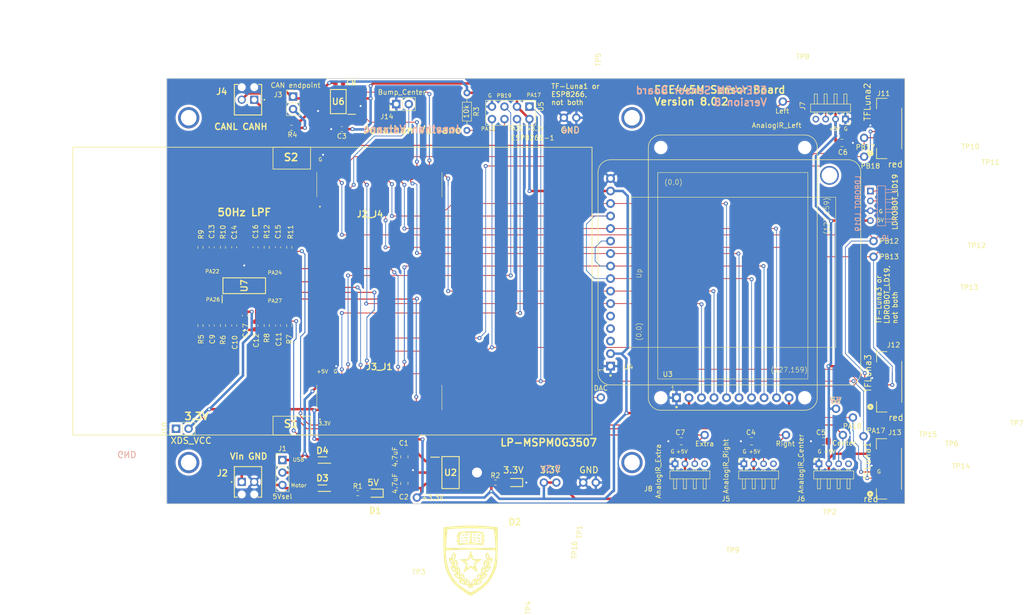
<source format=kicad_pcb>
(kicad_pcb (version 20241229) (generator "pcbnew") (generator_version "9.0")
  (title_block (title "ECE445M Sensor Board") (date "2025-12-01") (rev "v8.0.2") (company "The University of Texas at Austin") (comment 1 "Jonathan Valvano"))
  (layers (0 "F.Cu" signal) (2 "B.Cu" signal) (13 "F.Paste" user) (15 "B.Paste" user) (5 "F.SilkS" user "F.Silkscreen") (7 "B.SilkS" user "B.Silkscreen") (1 "F.Mask" user) (3 "B.Mask" user) (25 "Edge.Cuts" user))
  (net 0 "")
  (net 1 "GND")
  (net 2 "+3V3")
  (net 3 "PB9")
  (net 4 "PB15")
  (net 5 "PB8")
  (net 6 "PB7")
  (net 7 "PB6")
  (net 8 "PA13")
  (net 9 "+5V")
  (net 11 "PA25")
  (net 12 "PA8")
  (net 13 "PA26")
  (net 14 "PB24")
  (net 15 "PA27")
  (net 16 "PB2")
  (net 17 "PB3")
  (net 18 "PB12")
  (net 19 "PB17")
  (net 20 "PB0")
  (net 21 "PB16")
  (net 22 "PB19")
  (net 23 "PA22")
  (net 24 "PB18")
  (net 25 "PA18")
  (net 26 "PA24")
  (net 27 "PA17")
  (net 28 "PA16")
  (net 29 "PA15")
  (net 30 "PB4")
  (net 31 "PB1")
  (net 32 "PA28")
  (net 33 "PA31")
  (net 34 "PB20")
  (net 35 "PB13")
  (net 36 "PA10")
  (net 37 "Net-(D1-A)")
  (net 38 "Net-(D2-A)")
  (net 39 "/Microcontroller/VIN")
  (net 40 "PB23")
  (net 41 "/Microcontroller/VBUS")
  (net 42 "PA11")
  (net 43 "PA12")
  (net 53 "Net-(J3-B)")
  (net 55 "Net-(U5-Ch_PD)")
  (net 60 "/CAN Interface/CANH")
  (net 61 "/CAN Interface/CANL")
  (net 70 "Net-(C9-Pad1)")
  (net 71 "Net-(U7-+IN_A)")
  (net 72 "Right")
  (net 73 "Net-(C11-Pad2)")
  (net 74 "Net-(U7-+IN_B)")
  (net 75 "Extra")
  (net 76 "Net-(C13-Pad1)")
  (net 77 "Net-(U7-+IN_D)")
  (net 78 "Net-(C15-Pad2)")
  (net 79 "Net-(U7-+IN_C)")
  (net 80 "Center")
  (net 81 "Left")
  (footprint "ECE445L:C_0805_2012Metric" (layer "F.Cu") (at 97.79 109.855 -90)
    (property "Reference" "C1")
    (property "Value" "4.7uF")
  )
  (footprint "RSLK2:R_0603_1608Metric" (layer "F.Cu") (at 74.422 67.31 90)
    (property "Reference" "R11")
    (property "Value" "1.6k")
  )
  (footprint "ECE445L:R_Axial_DIN0204_L3.6mm_D1.6mm_P7.62mm_Horizontal" (layer "F.Cu") (at 110.49 35.941 -90)
    (property "Reference" "R3")
    (property "Value" "10k")
  )
  (footprint "ECE445L:PinHeader_1x02_P2.54mm_Vertical" (layer "F.Cu") (at 75.184 36.7)
    (property "Reference" "J3")
    (property "Value" "CAN endpoint")
  )
  (footprint "LOGO" (layer "F.Cu") (at 112.067425 131.369807)
    (property "Reference" "G***" (hide yes))
    (property "Value" "LOGO" (hide yes))
  )
  (footprint "ECE445L:Testpoint_1x1" (layer "F.Cu") (at 193.04 66.04)
    (property "Reference" "TP13")
    (property "Value" "PB12")
  )
  (footprint "ECE445L:C_0603_1608Metric" (layer "F.Cu") (at 85.09 43.307 180)
    (property "Reference" "C3")
    (property "Value" "0.1uF")
  )
  (footprint "ECE445L:PinHeader_1x04_P2.00mm_Horizontal" (layer "F.Cu") (at 172.72 111.252 -90)
    (property "Reference" "J5")
    (property "Value" "AnalogIR_Right")
  )
  (footprint "ECE445L:Testpoint_1x1" (layer "F.Cu") (at 191.135 48.895)
    (property "Reference" "TP11")
    (property "Value" "PB18")
  )
  (footprint "ECE445L:Testpoint_1x1" (layer "F.Cu") (at 158.75 105.41)
    (property "Reference" "TP9")
    (property "Value" "Extra")
  )
  (footprint "ECE445L:CONN_SM06B-GHS-TB_JST" (layer "F.Cu") (at 196.160699 112.289999 90)
    (property "Reference" "J13")
    (property "Value" "TF-Luna1")
  )
  (footprint "ECE445L:C_0805_2012Metric" (layer "F.Cu") (at 168.275 106.68 180)
    (property "Reference" "C4")
    (property "Value" "22uF")
  )
  (footprint "RSLK2:R_0603_1608Metric" (layer "F.Cu") (at 69.85 67.31 -90)
    (property "Reference" "R12")
    (property "Value" "20k")
  )
  (footprint "RSLK2:R_0603_1608Metric" (layer "F.Cu") (at 60.96 67.31 -90)
    (property "Reference" "R10")
    (property "Value" "20k")
  )
  (footprint "ECE445L:Testpoint_1x1" (layer "F.Cu") (at 186.817 105.41)
    (property "Reference" "TP7")
    (property "Value" "Center")
  )
  (footprint "ECE445L:SOT230P700X180-4N" (layer "F.Cu") (at 107.163 113.044)
    (property "Reference" "U2")
    (property "Value" "LM2937ESX-3.3_NOPB" (hide yes))
  )
  (footprint "ECE445L:Testpoint_1x1" (layer "F.Cu") (at 191.135 45.085)
    (property "Reference" "TP10")
    (property "Value" "PB17")
  )
  (footprint "ECE319K:Testpoint_1x02_P2.54mm" (layer "F.Cu") (at 126.111 115.062 90)
    (property "Reference" "TP4")
    (property "Value" "3.3V")
  )
  (footprint "RSLK2:R_0603_1608Metric" (layer "F.Cu") (at 56.388 83.185 -90)
    (property "Reference" "R5")
    (property "Value" "1.6k")
  )
  (footprint "ECE445L:R_0603_1608Metric" (layer "F.Cu") (at 88.329 117.221)
    (property "Reference" "R1")
    (property "Value" "1.6k")
  )
  (footprint "ECE445L:C_0805_2012Metric" (layer "F.Cu") (at 186.629 46.101)
    (property "Reference" "C6")
    (property "Value" "22uF")
  )
  (footprint "ECE445L:Testpoint_1x1" (layer "F.Cu") (at 174.625 37.719)
    (property "Reference" "TP8")
    (property "Value" "Left")
  )
  (footprint "ECE445L:C_0603_1608Metric" (layer "F.Cu") (at 58.674 83.185 90)
    (property "Reference" "C9")
    (property "Value" "1.5uF")
  )
  (footprint "ECE445L:PinHeader_1x04_P2.00mm_Horizontal" (layer "F.Cu") (at 181.325 41.275 90)
    (property "Reference" "J7")
    (property "Value" "AnalogIR_Left")
  )
  (footprint "ECE445L:CONN_SM06B-GHS-TB_JST" (layer "F.Cu") (at 196.215 43.18 90)
    (property "Reference" "J11")
    (property "Value" "TF-Luna2")
  )
  (footprint "RSLK2:R_0603_1608Metric" (layer "F.Cu") (at 74.422 83.185 -90)
    (property "Reference" "R7")
    (property "Value" "1.6k")
  )
  (footprint "ECE445L:C_0603_1608Metric" (layer "F.Cu") (at 72.136 83.185 -90)
    (property "Reference" "C11")
    (property "Value" "1.5uF")
  )
  (footprint "ECE445L:Testpoint_1x1" (layer "F.Cu") (at 188.849 101.854)
    (property "Reference" "TP15")
    (property "Value" "PA18")
  )
  (footprint "ECE319K:adafruit_st7735r" (layer "F.Cu") (at 164.465 72.444475)
    (property "Reference" "U3")
    (property "Value" "Adafruit ST7735R")
  )
  (footprint "ECE445L:SOD2513X110N" (layer "F.Cu") (at 81.153 116.205 180)
    (property "Reference" "D3")
    (property "Value" "BAT_60A_E6327" (hide yes))
  )
  (footprint "ECE445L:PinHeader_1x02_P2.54mm_Vertical" (layer "F.Cu") (at 96.139 38.227 90)
    (property "Reference" "J14")
    (property "Value" "Bump_Center")
  )
  (footprint "ECE445L:PinHeader_2x04_P2.54mm_Vertical" (layer "F.Cu") (at 123.19 38.735 -90)
    (property "Reference" "U5")
    (property "Value" "ESP8266-1")
  )
  (footprint "ECE445L:C_0603_1608Metric" (layer "F.Cu") (at 67.564 83.185 -90)
    (property "Reference" "C12")
    (property "Value" "220nF")
  )
  (footprint "ECE445L:C_0603_1608Metric" (layer "F.Cu") (at 65.405 81.166 -90)
    (property "Reference" "C17")
    (property "Value" "0.1uF")
  )
  (footprint "ECE445L:Testpoint_1x1" (layer "F.Cu") (at 137.668 97.79 90)
    (property "Reference" "TP1")
    (property "Value" "DAC")
  )
  (footprint "ECE445L:C_0603_1608Metric" (layer "F.Cu") (at 63.246 83.185 -90)
    (property "Reference" "C10")
    (property "Value" "220nF")
  )
  (footprint "ECE319K:MountingHole_4_40" (layer "F.Cu") (at 144 41)
    (property "Reference" "H2")
    (property "Value" "~")
  )
  (footprint "ECE319K:MountingHole_4_40" (layer "F.Cu") (at 144 111)
    (property "Reference" "H4")
    (property "Value" "~")
  )
  (footprint "ECE319K:MountingHole_4_40" (layer "F.Cu") (at 54 41)
    (property "Reference" "H1")
    (property "Value" "~")
  )
  (footprint "ECE445L:C_0805_2012Metric" (layer "F.Cu") (at 97.79 115.25 90)
    (property "Reference" "C2")
    (property "Value" "4.7uF")
  )
  (footprint "ECE445L:1725656" (layer "F.Cu") (at 67.31 37.338 180)
    (property "Reference" "J4")
    (property "Value" "1725656" (hide yes))
  )
  (footprint "ECE445L:LaunchPad" (layer "F.Cu") (at 92.71 97.775)
    (property "Reference" "J3_J1")
    (property "Value" "LaunchPad" (hide yes))
  )
  (footprint "ECE445L:Testpoint_1x1" (layer "F.Cu") (at 100.33 118.11)
    (property "Reference" "TP3")
    (property "Value" "+3.3V")
  )
  (footprint "ECE445L:hiletgo_st7735r2" (layer "F.Cu") (at 163.775526 72.38325 90)
    (property "Reference" "U4")
    (property "Value" "HiLetGo_ST7735R")
  )
  (footprint "ECE445L:C_0603_1608Metric" (layer "F.Cu") (at 58.674 67.31 -90)
    (property "Reference" "C13")
    (property "Value" "1.5uF")
  )
  (footprint "ECE445L:C_0603_1608Metric" (layer "F.Cu") (at 72.136 67.31 90)
    (property "Reference" "C15")
    (property "Value" "1.5uF")
  )
  (footprint "ECE319K:MountingHole_4_40" (layer "F.Cu") (at 54 111)
    (property "Reference" "H3")
    (property "Value" "~")
  )
  (footprint "ECE445L:R_0603_1608Metric" (layer "F.Cu") (at 74.867 43.053)
    (property "Reference" "R4")
    (property "Value" "120")
  )
  (footprint "ECE445L:PinHeader_1x04_P2.00mm_Horizontal" (layer "F.Cu") (at 158.75 111.252 -90)
    (property "Reference" "J8")
    (property "Value" "AnalogIR_Extra")
  )
  (footprint "ECE445L:1725656" (layer "F.Cu") (at 64.77 114.935)
    (property "Reference" "J2")
    (property "Value" "1725656" (hide yes))
  )
  (footprint "ECE445L:PinHeader_1x04_P2.00mm_Horizontal" (layer "F.Cu") (at 187.96 111.252 -90)
    (property "Reference" "J6")
    (property "Value" "AnalogIR_Center")
  )
  (footprint "ECE445L:C_0603_1608Metric" (layer "F.Cu") (at 67.564 67.31 90)
    (property "Reference" "C16")
    (property "Value" "220nF")
  )
  (footprint "RSLK2:R_0603_1608Metric" (layer "F.Cu") (at 60.96 83.185 90)
    (property "Reference" "R6")
    (property "Value" "20k")
  )
  (footprint "ECE445L:SOIC127P600X175-8N" (layer "F.Cu") (at 84.372 37.719 180)
    (property "Reference" "U6")
    (property "Value" "TCAN1057AVDRQ1" (hide yes))
  )
  (footprint "ECE445L:R_0603_1608Metric" (layer "F.Cu") (at 116.269 115.062)
    (property "Reference" "R2")
    (property "Value" "750")
  )
  (footprint "RSLK2:R_0603_1608Metric" (layer "F.Cu") (at 69.85 83.185 90)
    (property "Reference" "R8")
    (property "Value" "20k")
  )
  (footprint "ECE319K:Testpoint_1x02_P2.54mm" (layer "F.Cu") (at 134.112 115.062 90)
    (property "Reference" "TP16")
    (property "Value" "GND")
  )
  (footprint "RSLK2:R_0603_1608Metric" (layer "F.Cu") (at 56.388 67.31 90)
    (property "Reference" "R9")
    (property "Value" "1.6k")
  )
  (footprint "ECE445L:CONN_SM06B-GHS-TB_JST" (layer "F.Cu") (at 196.215 94.615 90)
    (property "Reference" "J12")
    (property "Value" "TF-Luna3")
  )
  (footprint "ECE445L:LaunchPad" (layer "F.Cu") (at 92.71 54.595)
    (property "Reference" "J2_J4")
    (property "Value" "LaunchPad" (hide yes))
  )
  (footprint "ECE445L:Testpoint_1x1" (layer "F.Cu") (at 193.04 69.215)
    (property "Reference" "TP12")
    (property "Value" "PB13")
  )
  (footprint "ECE445L:Testpoint_1x1" (layer "F.Cu") (at 185.42 100.076)
    (property "Reference" "TP2")
    (property "Value" "5V")
  )
  (footprint "ECE445L:Testpoint_1x1" (layer "F.Cu") (at 175.26 105.41)
    (property "Reference" "TP6")
    (property "Value" "Right")
  )
  (footprint "ECE319K:Testpoint_1x02_P2.54mm" (layer "F.Cu") (at 130.17 41 90)
    (property "Reference" "TP5")
    (property "Value" "GND")
  )
  (footprint "ECE445L:SOIC127P600X175-14N" (layer "F.Cu") (at 65.278 75.102 90)
    (property "Reference" "U7")
    (property "Value" "OPA4354AIDR" (hide yes))
  )
  (footprint "ECE445L:PinHeader_1x02_P2.54mm_Vertical" (layer "F.Cu") (at 51.43 104.14 90)
    (property "Reference" "J10")
    (property "Value" "XDS_VCC")
  )
  (footprint "ECE445L:C_0603_1608Metric" (layer "F.Cu") (at 63.246 67.31 90)
    (property "Reference" "C14")
    (property "Value" "220nF")
  )
  (footprint "ECE445L:APT1608CGCK" (layer "F.Cu") (at 91.885 117.221 180)
    (property "Reference" "D1")
    (property "Value" "LED" (hide yes))
  )
  (footprint "ECE445L:Testpoint_1x1" (layer "F.Cu") (at 191.008 105.664)
    (property "Reference" "TP14")
    (property "Value" "PA17")
  )
  (footprint "ECE445L:SOD2513X110N" (layer "F.Cu") (at 81.153 110.49 180)
    (property "Reference" "D4")
    (property "Value" "BAT_60A_E6327" (hide yes))
  )
  (footprint "ECE445L:C_0805_2012Metric" (layer "F.Cu") (at 153.99 106.68 180)
    (property "Reference" "C7")
    (property "Value" "22uF")
  )
  (footprint "ECE445L:C_0805_2012Metric" (layer "F.Cu") (at 182.88 106.68 180)
    (property "Reference" "C5")
    (property "Value" "22uF")
  )
  (footprint "ECE445L:C_0603_1608Metric" (layer "F.Cu") (at 84.569 33.909)
    (property "Reference" "C8")
    (property "Value" "0.1uF")
  )
  (footprint "ECE445L:PinHeader_1x03_P2.54mm_Vertical" (layer "F.Cu") (at 73.025 110.49)
    (property "Reference" "J1")
    (property "Value" "5Vsel")
  )
  (footprint "ECE445L:APT1608CGCK" (layer "F.Cu") (at 120.205 115.062 180)
    (property "Reference" "D2")
    (property "Value" "LED" (hide yes))
  )
  (footprint "ECE445L:PinHeader_1x04_P2.00mm_Horizontal_JST" (layer "B.Cu") (at 192.405 61.88)
    (property "Reference" "J9")
    (property "Value" "LDROBOT_LD19")
  )
  (gr_line (start 183.325 41.275) (end 183.325 38.862) (stroke (width 0.2)) (layer "F.Cu") (net 81))
  (gr_line (start 183.325 38.862) (end 182.118 37.719) (stroke (width 0.2)) (layer "F.Cu") (net 81))
  (gr_rect (start 71.12 46.99) (end 78.74 51.435) (stroke (width 0.15)) (fill no) (layer "F.SilkS"))
  (gr_rect (start 30.48 46.99) (end 135.89 105.41) (stroke (width 0.15)) (fill no) (layer "F.SilkS"))
  (gr_rect (start 71.12 101.6) (end 78.74 105.41) (stroke (width 0.15)) (fill no) (layer "F.SilkS"))
  (gr_rect (start 49.53 33.02) (end 199.39 119.38) (stroke (width 0.15)) (fill no) (layer "Edge.Cuts"))
  (gr_text "+5V" (at 79.883 92.964 0) (layer "F.SilkS") (effects (font (size 0.762 0.762) (thickness 0.127)) (justify left bottom)))
  (gr_text "+5V" (at 183.896 43.688 0) (layer "F.SilkS") (effects (font (size 0.762 0.762) (thickness 0.127)) (justify left bottom)))
  (gr_text "PA18" (at 113.284 43.688 0) (layer "F.SilkS") (effects (font (size 0.762 0.762) (thickness 0.127)) (justify left bottom)))
  (gr_text "G" (at 166.37 109.22 0) (layer "F.SilkS") (effects (font (size 0.762 0.762) (thickness 0.127)) (justify left bottom)))
  (gr_text "TFLuna2" (at 192.532 41.783 90) (layer "F.SilkS") (effects (font (size 1.27 1.27) (thickness 0.1778)) (justify left bottom)))
  (gr_text "3.3V" (at 80.264 103.505 0) (layer "F.SilkS") (effects (font (size 0.762 0.762) (thickness 0.127)) (justify left bottom)))
  (gr_text "PA25" (at 118.872 43.688 0) (layer "F.SilkS") (effects (font (size 0.762 0.762) (thickness 0.127)) (justify left bottom)))
  (gr_text "S1" (at 73.152 104.013 0) (layer "F.SilkS") (effects (font (size 1.5 1.5) (thickness 0.3) (bold yes)) (justify left bottom)))
  (gr_text "S2" (at 73.152 49.911 0) (layer "F.SilkS") (effects (font (size 1.5 1.5) (thickness 0.3) (bold yes)) (justify left bottom)))
  (gr_text "PA26" (at 57.404 78.359 0) (layer "F.SilkS") (effects (font (size 0.762 0.762) (thickness 0.127)) (justify left bottom)))
  (gr_text "TF-Luna3 or \nLDROBOT_LD19, \nnot both" (at 197.993 82.931 90) (layer "F.SilkS") (effects (font (size 1.016 1.016) (thickness 0.1778) (bold yes)) (justify left bottom)))
  (gr_text "red" (at 195.961 102.616 0) (layer "F.SilkS") (effects (font (size 1.27 1.27) (thickness 0.1778)) (justify left bottom)))
  (gr_text "+5V" (at 182.88 109.22 0) (layer "F.SilkS") (effects (font (size 0.762 0.762) (thickness 0.127)) (justify left bottom)))
  (gr_text "LDROBOT_LD19" (at 197.993 63.881 90) (layer "F.SilkS") (effects (font (size 1.016 1.016) (thickness 0.1778) (bold yes)) (justify left bottom)))
  (gr_text "G" (at 83.312 92.964 0) (layer "F.SilkS") (effects (font (size 0.762 0.762) (thickness 0.127)) (justify left bottom)))
  (gr_text "Jonathan Valvano" (at 89.281 44.323 0) (layer "F.SilkS") (effects (font (size 1.5 1.5) (thickness 0.3) (bold yes)) (justify left bottom)))
  (gr_text "TF-Luna1 or \nESP8266, \nnot both" (at 127.508 38.481 0) (layer "F.SilkS") (effects (font (size 1.016 1.016) (thickness 0.1778) (bold yes)) (justify left bottom)))
  (gr_text "red" (at 190.881 119.126 0) (layer "F.SilkS") (effects (font (size 1.27 1.27) (thickness 0.1778)) (justify left bottom)))
  (gr_text "+5V" (at 167.64 109.22 0) (layer "F.SilkS") (effects (font (size 0.762 0.762) (thickness 0.127)) (justify left bottom)))
  (gr_text "G" (at 186.944 43.688 0) (layer "F.SilkS") (effects (font (size 0.762 0.762) (thickness 0.127)) (justify left bottom)))
  (gr_text "PA24" (at 69.977 72.898 0) (layer "F.SilkS") (effects (font (size 0.762 0.762) (thickness 0.127)) (justify left bottom)))
  (gr_text "CANH" (at 64.77 43.561 0) (layer "F.SilkS") (effects (font (size 1.27 1.27) (thickness 0.254) (bold yes)) (justify left bottom)))
  (gr_text "USB" (at 75.057 110.871 0) (layer "F.SilkS") (effects (font (size 0.762 0.762) (thickness 0.127)) (justify left bottom)))
  (gr_text "TFLuna1" (at 192.532 114.681 90) (layer "F.SilkS") (effects (font (size 1.27 1.27) (thickness 0.1778)) (justify left bottom)))
  (gr_text "50Hz LPF" (at 59.69 61.087 0) (layer "F.SilkS") (effects (font (size 1.5 1.5) (thickness 0.3) (bold yes)) (justify left bottom)))
  (gr_text "PA22" (at 57.277 72.644 0) (layer "F.SilkS") (effects (font (size 0.762 0.762) (thickness 0.127)) (justify left bottom)))
  (gr_text "Motor" (at 74.676 116.078 0) (layer "F.SilkS") (effects (font (size 0.762 0.762) (thickness 0.127)) (justify left bottom)))
  (gr_text "G" (at 194.056 60.452 0) (layer "F.SilkS") (effects (font (size 0.762 0.762) (thickness 0.127)) (justify left bottom)))
  (gr_text "PA17" (at 122.555 36.83 0) (layer "F.SilkS") (effects (font (size 0.762 0.762) (thickness 0.127)) (justify left bottom)))
  (gr_text "+3.3V" (at 122.555 43.688 0) (layer "F.SilkS") (effects (font (size 0.762 0.762) (thickness 0.127)) (justify left bottom)))
  (gr_text "red" (at 195.834 51.181 0) (layer "F.SilkS") (effects (font (size 1.27 1.27) (thickness 0.1778)) (justify left bottom)))
  (gr_text "TFLuna3" (at 192.659 96.901 90) (layer "F.SilkS") (effects (font (size 1.27 1.27) (thickness 0.1778)) (justify left bottom)))
  (gr_text "Vin" (at 62.23 110.49 0) (layer "F.SilkS") (effects (font (size 1.27 1.27) (thickness 0.254) (bold yes)) (justify left bottom)))
  (gr_text "ECE445M Sensor Board\nVersion 8.0.2" (at 148.336 38.608 0) (layer "F.SilkS") (effects (font (size 1.5 1.5) (thickness 0.3) (bold yes)) (justify left bottom)))
  (gr_text "5V" (at 90.17 115.824 0) (layer "F.SilkS") (effects (font (size 1.27 1.27) (thickness 0.2032)) (justify left bottom)))
  (gr_text "PB19" (at 116.459 36.957 0) (layer "F.SilkS") (effects (font (size 0.762 0.762) (thickness 0.127)) (justify left bottom)))
  (gr_text "3.3V" (at 117.729 113.284 0) (layer "F.SilkS") (effects (font (size 1.27 1.27) (thickness 0.2032)) (justify left bottom)))
  (gr_text "G" (at 193.675 113.284 0) (layer "F.SilkS") (effects (font (size 0.762 0.762) (thickness 0.127)) (justify left bottom)))
  (gr_text "PA27" (at 69.977 78.613 0) (layer "F.SilkS") (effects (font (size 0.762 0.762) (thickness 0.127)) (justify left bottom)))
  (gr_text "G" (at 181.61 109.22 0) (layer "F.SilkS") (effects (font (size 0.762 0.762) (thickness 0.127)) (justify left bottom)))
  (gr_text "G" (at 114.681 36.957 0) (layer "F.SilkS") (effects (font (size 0.762 0.762) (thickness 0.127)) (justify left bottom)))
  (gr_text "3.3V" (at 52.959 102.489 0) (layer "F.SilkS") (effects (font (size 1.5 1.5) (thickness 0.3) (bold yes)) (justify left bottom)))
  (gr_text "LP-MSPM0G3507" (at 117.094 107.823 0) (layer "F.SilkS") (effects (font (size 1.5 1.5) (thickness 0.3) (bold yes)) (justify left bottom)))
  (gr_text "G" (at 80.264 49.911 0) (layer "F.SilkS") (effects (font (size 0.762 0.762) (thickness 0.127)) (justify left bottom)))
  (gr_text "5V" (at 193.675 62.23 0) (layer "F.SilkS") (effects (font (size 0.762 0.762) (thickness 0.127)) (justify left bottom)))
  (gr_text "G" (at 151.765 109.22 0) (layer "F.SilkS") (effects (font (size 0.762 0.762) (thickness 0.127)) (justify left bottom)))
  (gr_text "+5V" (at 152.9 109.22 0) (layer "F.SilkS") (effects (font (size 0.762 0.762) (thickness 0.127)) (justify left bottom)))
  (gr_text "GND" (at 65.913 110.49 0) (layer "F.SilkS") (effects (font (size 1.27 1.27) (thickness 0.254) (bold yes)) (justify left bottom)))
  (gr_text "CANL" (at 59.055 43.561 0) (layer "F.SilkS") (effects (font (size 1.27 1.27) (thickness 0.254) (bold yes)) (justify left bottom)))
  (gr_text "5V" (at 186.563 99.187 0) (layer "B.SilkS") (effects (font (size 1.27 1.27) (thickness 0.2032)) (justify left bottom mirror)))
  (gr_text "Jonathan Valvano" (at 109.57 44.196 0) (layer "B.SilkS") (effects (font (size 1.5 1.5) (thickness 0.3) (bold yes)) (justify left bottom mirror)))
  (gr_text "ECE445M Sensor Board\nVersion 8" (at 171.577 38.735 0) (layer "B.SilkS") (effects (font (size 1.5 1.5) (thickness 0.3) (bold yes)) (justify left bottom mirror)))
  (gr_text "Gnd" (at 133.477 44.196 0) (layer "B.SilkS") (effects (font (size 1.27 1.27) (thickness 0.2032)) (justify left bottom mirror)))
  (gr_text "GND" (at 39.37 108.585 180) (layer "B.SilkS") (effects (font (size 1.27 1.27) (thickness 0.2032)) (justify left bottom mirror)))
  (gr_text "3.3V" (at 129.667 113.03 0) (layer "B.SilkS") (effects (font (size 1.27 1.27) (thickness 0.2032)) (justify left bottom mirror)))
  (segment (start 65.405 81.941) (end 65.405 84.074) (width 0.5) (layer "F.Cu") (net 1))
  (segment (start 192.923 93.99) (end 192.786 93.853) (width 0.5) (layer "F.Cu") (net 1))
  (segment (start 81.28 52.07) (end 81.28 48.514) (width 0.5) (layer "F.Cu") (net 1))
  (segment (start 80.264 39.624) (end 80.267 39.621) (width 0.5) (layer "F.Cu") (net 1))
  (segment (start 66.18 66.535) (end 67.564 66.535) (width 0.5) (layer "F.Cu") (net 1))
  (segment (start 194.284999 111.664999) (end 192.690999 111.664999) (width 0.5) (layer "F.Cu") (net 1))
  (segment (start 67.45 84.074) (end 67.564 83.96) (width 0.5) (layer "F.Cu") (net 1))
  (segment (start 167.325 106.68) (end 166.116 106.68) (width 0.5) (layer "F.Cu") (net 1))
  (segment (start 188.976 46.228) (end 188.849 46.101) (width 0.5) (layer "F.Cu") (net 1))
  (segment (start 85.344 37.846) (end 85.344 33.909) (width 0.5) (layer "F.Cu") (net 1))
  (segment (start 98.745 114.3) (end 100.015 113.03) (width 0.5) (layer "F.Cu") (net 1))
  (segment (start 104.013 113.044) (end 101.875 113.044) (width 0.5) (layer "F.Cu") (net 1))
  (segment (start 194.3393 42.555) (end 192.415 42.555) (width 0.5) (layer "F.Cu") (net 1))
  (segment (start 83.82 95.25) (end 83.82 91.567) (width 0.5) (layer "F.Cu") (net 1))
  (segment (start 85.852 38.354) (end 85.344 37.846) (width 0.5) (layer "F.Cu") (net 1))
  (segment (start 63.36 84.074) (end 63.246 83.96) (width 0.5) (layer "F.Cu") (net 1))
  (segment (start 65.278 67.437) (end 66.18 66.535) (width 0.5) (layer "F.Cu") (net 1))
  (segment (start 98.745 114.3) (end 97.79 114.3) (width 0.5) (layer "F.Cu") (net 1))
  (segment (start 121.03 115.062) (end 122.555 115.062) (width 0.5) (layer "F.Cu") (net 1))
  (segment (start 84.315 43.307) (end 82.931 43.307) (width 0.5) (layer "F.Cu") (net 1))
  (segment (start 153.04 106.68) (end 151.384 106.68) (width 0.5) (layer "F.Cu") (net 1))
  (segment (start 64.376 66.535) (end 65.278 67.437) (width 0.5) (layer "F.Cu") (net 1))
  (segment (start 96.52 114.3) (end 97.79 114.3) (width 0.5) (layer "F.Cu") (net 1))
  (segment (start 65.405 84.074) (end 67.45 84.074) (width 0.5) (layer "F.Cu") (net 1))
  (segment (start 87.083 38.354) (end 85.852 38.354) (width 0.5) (layer "F.Cu") (net 1))
  (segment (start 88.643 38.351) (end 88.9 38.608) (width 0.5) (layer "F.Cu") (net 1))
  (segment (start 187.579 46.101) (end 188.849 46.101) (width 0.5) (layer "F.Cu") (net 1))
  (segment (start 96.393 114.427) (end 96.52 114.3) (width 0.5) (layer "F.Cu") (net 1))
  (segment (start 65.278 72.39) (end 65.278 70.993) (width 0.5) (layer "F.Cu") (net 1))
  (segment (start 112.517 113.044) (end 112.531 113.03) (width 0.5) (layer "F.Cu") (net 1))
  (segment (start 81.788 39.621) (end 80.267 39.621) (width 0.5) (layer "F.Cu") (net 1))
  (segment (start 110.313 113.044) (end 112.517 113.044) (width 0.5) (layer "F.Cu") (net 1))
  (segment (start 101.875 113.044) (end 101.861 113.03) (width 0.5) (layer "F.Cu") (net 1))
  (segment (start 63.246 66.535) (end 64.376 66.535) (width 0.5) (layer "F.Cu") (net 1))
  (segment (start 92.71 117.221) (end 95.504 114.427) (width 0.5) (layer "F.Cu") (net 1))
  (segment (start 101.861 113.03) (end 100.015 113.03) (width 0.5) (layer "F.Cu") (net 1))
  (segment (start 65.278 70.993) (end 65.278 67.437) (width 0.5) (layer "F.Cu") (net 1))
  (segment (start 83.82 91.567) (end 83.947 91.44) (width 0.5) (layer "F.Cu") (net 1))
  (segment (start 192.690999 111.664999) (end 192.659 111.633) (width 0.5) (layer "F.Cu") (net 1))
  (segment (start 99.5375 112.5525) (end 97.79 110.805) (width 0.5) (layer "F.Cu") (net 1))
  (segment (start 181.93 106.68) (end 180.34 106.68) (width 0.5) (layer "F.Cu") (net 1))
  (segment (start 192.415 42.555) (end 192.405 42.545) (width 0.5) (layer "F.Cu") (net 1))
  (segment (start 65.405 84.074) (end 63.36 84.074) (width 0.5) (layer "F.Cu") (net 1))
  (segment (start 87.21 38.351) (end 88.643 38.351) (width 0.5) (layer "F.Cu") (net 1))
  (segment (start 100.015 113.03) (end 99.5375 112.5525) (width 0.5) (layer "F.Cu") (net 1))
  (segment (start 194.3393 93.99) (end 192.923 93.99) (width 0.5) (layer "F.Cu") (net 1))
  (segment (start 95.504 114.427) (end 96.393 114.427) (width 0.5) (layer "F.Cu") (net 1))
  (via (at 65.278 70.993) (size 0.8) (drill 0.4) (layers "F.Cu" "B.Cu") (net 1))
  (via (at 192.786 93.853) (size 0.8) (drill 0.4) (layers "F.Cu" "B.Cu") (net 1))
  (via (at 82.931 43.307) (size 0.8) (drill 0.4) (layers "F.Cu" "B.Cu") (net 1))
  (via (at 192.659 111.633) (size 0.8) (drill 0.4) (layers "F.Cu" "B.Cu") (net 1))
  (via (at 81.28 48.514) (size 0.8) (drill 0.4) (layers "F.Cu" "B.Cu") (net 1))
  (via (at 151.384 106.68) (size 0.8) (drill 0.4) (layers "F.Cu" "B.Cu") (net 1))
  (via (at 122.555 115.062) (size 0.8) (drill 0.4) (layers "F.Cu" "B.Cu") (net 1))
  (via (at 80.267 39.621) (size 0.8) (drill 0.4) (layers "F.Cu" "B.Cu") (net 1))
  (via (at 88.9 38.608) (size 0.8) (drill 0.4) (layers "F.Cu" "B.Cu") (net 1))
  (via (at 180.34 106.68) (size 0.8) (drill 0.4) (layers "F.Cu" "B.Cu") (net 1))
  (via (at 192.405 42.545) (size 0.8) (drill 0.4) (layers "F.Cu" "B.Cu") (net 1))
  (via (at 112.531 113.03) (size 2.54) (drill 2.032) (layers "F.Cu" "B.Cu") (net 1))
  (via (at 65.405 84.074) (size 0.8) (drill 0.4) (layers "F.Cu" "B.Cu") (net 1))
  (via (at 166.116 106.68) (size 0.8) (drill 0.4) (layers "F.Cu" "B.Cu") (net 1))
  (via (at 188.849 46.101) (size 0.8) (drill 0.4) (layers "F.Cu" "B.Cu") (net 1))
  (via (at 83.947 91.44) (size 0.8) (drill 0.4) (layers "F.Cu" "B.Cu") (net 1))
  (via (at 99.5375 112.5525) (size 0.8) (drill 0.4) (layers "F.Cu" "B.Cu") (net 1))
  (segment (start 175.895 100.203) (end 175.895 97.844475) (width 0.5) (layer "F.Cu") (net 2))
  (segment (start 156.718 100.965) (end 175.133 100.965) (width 0.5) (layer "F.Cu") (net 2))
  (segment (start 126.111 115.062) (end 128.651 115.062) (width 0.5) (layer "F.Cu") (net 2))
  (segment (start 120.65 36.957) (end 120.65 38.735) (width 0.5) (layer "F.Cu") (net 2))
  (segment (start 66.802 80.391) (end 65.405 80.391) (width 0.5) (layer "F.Cu") (net 2))
  (segment (start 79.209 100.164) (end 58.205 100.164) (width 0.5) (layer "F.Cu") (net 2))
  (segment (start 142.87 100.965) (end 154.432 100.965) (width 0.5) (layer "F.Cu") (net 2))
  (segment (start 155.575 99.822) (end 155.575 97.844475) (width 0.5) (layer "F.Cu") (net 2))
  (segment (start 79.629 106.299) (end 79.502 106.172) (width 0.5) (layer "F.Cu") (net 2))
  (segment (start 154.432 100.965) (end 155.575 99.822) (width 0.5) (layer "F.Cu") (net 2))
  (segment (start 155.575 99.822) (end 156.718 100.965) (width 0.5) (layer "F.Cu") (net 2))
  (segment (start 175.133 100.965) (end 175.895 100.203) (width 0.5) (layer "F.Cu") (net 2))
  (segment (start 65.278 80.264) (end 65.405 80.391) (width 0.5) (layer "F.Cu") (net 2))
  (segment (start 115.444 115.062) (end 115.444 116.839) (width 0.5) (layer "F.Cu") (net 2))
  (segment (start 79.502 100.457) (end 79.209 100.164) (width 0.5) (layer "F.Cu") (net 2))
  (segment (start 81.661 34.798) (end 82.55 33.909) (width 0.5) (layer "F.Cu") (net 2))
  (segment (start 81.661 35.814) (end 81.661 34.798) (width 0.5) (layer "F.Cu") (net 2))
  (segment (start 101.231 117.209) (end 101.231 116.2) (width 0.5) (layer "F.Cu") (net 2))
  (segment (start 104.013 115.344) (end 102.087 115.344) (width 0.5) (layer "F.Cu") (net 2))
  (segment (start 123.19675 55.87325) (end 123.19 55.88) (width 0.5) (layer "F.Cu") (net 2))
  (segment (start 102.087 115.344) (end 101.231 116.2) (width 0.5) (layer "F.Cu") (net 2))
  (segment (start 81.28 100.3) (end 79.659 100.3) (width 0.5) (layer "F.Cu") (net 2))
  (segment (start 115.443 116.84) (end 115.444 116.839) (width 0.5) (layer "F.Cu") (net 2))
  (segment (start 123.19 41.275) (end 120.65 38.735) (width 0.5) (layer "F.Cu") (net 2))
  (segment (start 101.473 106.299) (end 79.629 106.299) (width 0.5) (layer "F.Cu") (net 2))
  (segment (start 139.645526 55.87325) (end 123.19675 55.87325) (width 0.5) (layer "F.Cu") (net 2))
  (segment (start 100.33 118.11) (end 101.231 117.209) (width 0.5) (layer "F.Cu") (net 2))
  (segment (start 97.79 116.2) (end 101.231 116.2) (width 0.5) (layer "F.Cu") (net 2))
  (segment (start 79.659 100.3) (end 79.502 100.457) (width 0.5) (layer "F.Cu") (net 2))
  (segment (start 82.55 33.909) (end 83.794 33.909) (width 0.5) (layer "F.Cu") (net 2))
  (segment (start 119.634 35.941) (end 120.65 36.957) (width 0.5) (layer "F.Cu") (net 2))
  (segment (start 58.205 100.164) (end 58.166 100.203) (width 0.5) (layer "F.Cu") (net 2))
  (segment (start 110.49 35.941) (end 119.634 35.941) (width 0.5) (layer "F.Cu") (net 2))
  (segment (start 65.278 77.814) (end 65.278 80.264) (width 0.5) (layer "F.Cu") (net 2))
  (via (at 82.55 33.909) (size 0.8) (drill 0.4) (layers "F.Cu" "B.Cu") (net 2))
  (via (at 79.502 106.172) (size 0.8) (drill 0.4) (layers "F.Cu" "B.Cu") (net 2))
  (via (at 79.502 100.457) (size 0.8) (drill 0.4) (layers "F.Cu" "B.Cu") (net 2))
  (via (at 101.473 106.299) (size 0.8) (drill 0.4) (layers "F.Cu" "B.Cu") (net 2))
  (via (at 123.19 55.88) (size 0.8) (drill 0.4) (layers "F.Cu" "B.Cu") (net 2))
  (via (at 66.802 80.391) (size 0.8) (drill 0.4) (layers "F.Cu" "B.Cu") (net 2))
  (via (at 142.87 100.965) (size 0.8) (drill 0.4) (layers "F.Cu" "B.Cu") (net 2))
  (via (at 115.444 116.839) (size 0.8) (drill 0.4) (layers "F.Cu" "B.Cu") (net 2))
  (via (at 58.166 100.203) (size 0.8) (drill 0.4) (layers "F.Cu" "B.Cu") (net 2))
  (segment (start 140.33 116.718) (end 140.33 103.505) (width 0.5) (layer "B.Cu") (net 2))
  (segment (start 142.87 89.921) (end 142.87 100.965) (width 0.5) (layer "B.Cu") (net 2))
  (segment (start 138.557 118.364) (end 140.081 116.84) (width 0.5) (layer "B.Cu") (net 2))
  (segment (start 142.875 89.916) (end 141.85225 88.89325) (width 0.5) (layer "B.Cu") (net 2))
  (segment (start 66.802 80.391) (end 66.802 84.963) (width 0.5) (layer "B.Cu") (net 2))
  (segment (start 79.502 106.172) (end 79.502 100.457) (width 0.5) (layer "B.Cu") (net 2))
  (segment (start 65.024 86.741) (end 65.024 93.345) (width 0.5) (layer "B.Cu") (net 2))
  (segment (start 143.129 87.757) (end 143.129 56.896) (width 0.5) (layer "B.Cu") (net 2))
  (segment (start 140.208 116.84) (end 140.33 116.718) (width 0.5) (layer "B.Cu") (net 2))
  (segment (start 140.081 116.84) (end 140.208 116.84) (width 0.5) (layer "B.Cu") (net 2))
  (segment (start 110.49 34.671) (end 109.474 33.655) (width 0.5) (layer "B.Cu") (net 2))
  (segment (start 114.046 118.11) (end 115.443 116.713) (width 0.5) (layer "B.Cu") (net 2))
  (segment (start 141.85225 88.89325) (end 139.645526 88.89325) (width 0.5) (layer "B.Cu") (net 2))
  (segment (start 123.19 55.88) (end 123.19 41.275) (width 0.5) (layer "B.Cu") (net 2))
  (segment (start 126.111 115.062) (end 126.111 118.364) (width 0.5) (layer "B.Cu") (net 2))
  (segment (start 110.49 35.941) (end 110.49 34.671) (width 0.5) (layer "B.Cu") (net 2))
  (segment (start 126.111 118.364) (end 138.557 118.364) (width 0.5) (layer "B.Cu") (net 2))
  (segment (start 115.443 116.713) (end 117.094 118.364) (width 0.5) (layer "B.Cu") (net 2))
  (segment (start 142.87 100.965) (end 142.875 100.96) (width 0.5) (layer "B.Cu") (net 2))
  (segment (start 142.875 89.916) (end 142.87 89.921) (width 0.5) (layer "B.Cu") (net 2))
  (segment (start 141.99275 88.89325) (end 143.129 87.757) (width 0.5) (layer "B.Cu") (net 2))
  (segment (start 141.85225 88.89325) (end 141.99275 88.89325) (width 0.5) (layer "B.Cu") (net 2))
  (segment (start 57.907 100.203) (end 53.97 104.14) (width 0.5) (layer "B.Cu") (net 2))
  (segment (start 100.33 118.11) (end 114.046 118.11) (width 0.5) (layer "B.Cu") (net 2))
  (segment (start 100.33 118.11) (end 101.473 116.967) (width 0.5) (layer "B.Cu") (net 2))
  (segment (start 58.166 100.203) (end 57.907 100.203) (width 0.5) (layer "B.Cu") (net 2))
  (segment (start 65.024 93.345) (end 58.166 100.203) (width 0.5) (layer "B.Cu") (net 2))
  (segment (start 66.802 84.963) (end 65.024 86.741) (width 0.5) (layer "B.Cu") (net 2))
  (segment (start 143.129 56.896) (end 142.10625 55.87325) (width 0.5) (layer "B.Cu") (net 2))
  (segment (start 101.473 116.967) (end 101.473 106.299) (width 0.5) (layer "B.Cu") (net 2))
  (segment (start 117.094 118.364) (end 126.111 118.364) (width 0.5) (layer "B.Cu") (net 2))
  (segment (start 109.474 33.655) (end 82.804 33.655) (width 0.5) (layer "B.Cu") (net 2))
  (segment (start 142.10625 55.87325) (end 139.645526 55.87325) (width 0.5) (layer "B.Cu") (net 2))
  (segment (start 140.33 103.505) (end 142.87 100.965) (width 0.5) (layer "B.Cu") (net 2))
  (segment (start 82.804 33.655) (end 82.55 33.909) (width 0.5) (layer "B.Cu") (net 2))
  (segment (start 170.17325 71.11325) (end 139.645526 71.11325) (width 0.15) (layer "F.Cu") (net 3))
  (segment (start 170.688 71.12) (end 170.18 71.12) (width 0.15) (layer "F.Cu") (net 3))
  (segment (start 96.52 100.3) (end 96.52 98.933) (width 0.2) (layer "F.Cu") (net 3))
  (segment (start 170.18 71.12) (end 170.17325 71.11325) (width 0.15) (layer "F.Cu") (net 3))
  (segment (start 97.79 97.663) (end 97.79 90.551) (width 0.2) (layer "F.Cu") (net 3))
  (segment (start 97.79 71.374) (end 98.05075 71.11325) (width 0.15) (layer "F.Cu") (net 3))
  (segment (start 96.52 98.933) (end 97.79 97.663) (width 0.2) (layer "F.Cu") (net 3))
  (segment (start 98.05075 71.11325) (end 139.645526 71.11325) (width 0.15) (layer "F.Cu") (net 3))
  (via (at 170.688 71.12) (size 0.8) (drill 0.4) (layers "F.Cu" "B.Cu") (net 3))
  (via (at 97.79 90.551) (size 0.8) (drill 0.4) (layers "F.Cu" "B.Cu") (net 3))
  (via (at 97.79 71.374) (size 0.8) (drill 0.4) (layers "F.Cu" "B.Cu") (net 3))
  (segment (start 136.525 70.104) (end 137.53425 71.11325) (width 0.15) (layer "B.Cu") (net 3))
  (segment (start 137.53425 71.11325) (end 139.645526 71.11325) (width 0.15) (layer "B.Cu") (net 3))
  (segment (start 137.80175 66.03325) (end 136.525 67.31) (width 0.15) (layer "B.Cu") (net 3))
  (segment (start 139.645526 66.03325) (end 137.80175 66.03325) (width 0.15) (layer "B.Cu") (net 3))
  (segment (start 170.815 97.844475) (end 170.815 71.247) (width 0.15) (layer "B.Cu") (net 3))
  (segment (start 170.815 71.247) (end 170.688 71.12) (width 0.15) (layer "B.Cu") (net 3))
  (segment (start 136.525 67.31) (end 136.525 70.104) (width 0.15) (layer "B.Cu") (net 3))
  (segment (start 97.79 90.551) (end 97.79 71.374) (width 0.2) (layer "B.Cu") (net 3))
  (segment (start 157.98125 78.73325) (end 139.645526 78.73325) (width 0.15) (layer "F.Cu") (net 4))
  (segment (start 158.115 78.867) (end 157.98125 78.73325) (width 0.15) (layer "F.Cu") (net 4))
  (segment (start 90.30375 78.73325) (end 139.645526 78.73325) (width 0.15) (layer "F.Cu") (net 4))
  (segment (start 88.9 52.07) (end 88.9 53.34) (width 0.2) (layer "F.Cu") (net 4))
  (segment (start 90.1835 78.613) (end 90.30375 78.73325) (width 0.15) (layer "F.Cu") (net 4))
  (segment (start 88.9 53.34) (end 90.17 54.61) (width 0.2) (layer "F.Cu") (net 4))
  (segment (start 90.17 78.613) (end 90.1835 78.613) (width 0.15) (layer "F.Cu") (net 4))
  (segment (start 90.043 78.74) (end 90.297 78.74) (width 0.15) (layer "F.Cu") (net 4))
  (segment (start 90.043 78.74) (end 90.17 78.613) (width 0.15) (layer "F.Cu") (net 4))
  (via (at 90.17 54.61) (size 0.8) (drill 0.4) (layers "F.Cu" "B.Cu") (net 4))
  (via (at 90.043 78.74) (size 0.8) (drill 0.4) (layers "F.Cu" "B.Cu") (net 4))
  (via (at 158.115 78.867) (size 0.8) (drill 0.4) (layers "F.Cu" "B.Cu") (net 4))
  (segment (start 158.115 97.844475) (end 158.115 78.867) (width 0.15) (layer "B.Cu") (net 4))
  (segment (start 90.17 78.74) (end 90.17 54.61) (width 0.15) (layer "B.Cu") (net 4))
  (segment (start 157.988 78.74) (end 158.115 78.867) (width 0.15) (layer "B.Cu") (net 4))
  (segment (start 95.38375 60.95325) (end 139.645526 60.95325) (width 0.15) (layer "F.Cu") (net 5))
  (segment (start 95.377 60.96) (end 95.38375 60.95325) (width 0.15) (layer "F.Cu") (net 5))
  (segment (start 168.275 73.787) (end 168.14125 73.65325) (width 0.15) (layer "F.Cu") (net 5))
  (segment (start 168.14125 73.65325) (end 139.645526 73.65325) (width 0.15) (layer "F.Cu") (net 5))
  (segment (start 95.25 60.96) (end 95.377 60.96) (width 0.15) (layer "F.Cu") (net 5))
  (segment (start 93.98 52.07) (end 93.98 53.213) (width 0.2) (layer "F.Cu") (net 5))
  (segment (start 93.98 53.213) (end 95.25 54.483) (width 0.2) (layer "F.Cu") (net 5))
  (via (at 95.25 60.96) (size 0.8) (drill 0.4) (layers "F.Cu" "B.Cu") (net 5))
  (via (at 95.25 54.483) (size 0.8) (drill 0.4) (layers "F.Cu" "B.Cu") (net 5))
  (via (at 168.275 73.787) (size 0.8) (drill 0.4) (layers "F.Cu" "B.Cu") (net 5))
  (segment (start 136.39125 73.65325) (end 134.747 72.009) (width 0.15) (layer "B.Cu") (net 5))
  (segment (start 139.645526 73.65325) (end 136.39125 73.65325) (width 0.15) (layer "B.Cu") (net 5))
  (segment (start 136.40475 60.95325) (end 139.645526 60.95325) (width 0.15) (layer "B.Cu") (net 5))
  (segment (start 134.747 72.009) (end 134.747 62.611) (width 0.15) (layer "B.Cu") (net 5))
  (segment (start 139.645526 73.65325) (end 139.645526 73.478526) (width 0.15) (layer "B.Cu") (net 5))
  (segment (start 168.148 73.66) (end 168.275 73.787) (width 0.15) (layer "B.Cu") (net 5))
  (segment (start 168.275 97.844475) (end 168.275 73.787) (width 0.15) (layer "B.Cu") (net 5))
  (segment (start 134.747 62.611) (end 136.40475 60.95325) (width 0.15) (layer "B.Cu") (net 5))
  (segment (start 95.25 60.96) (end 95.25 54.61) (width 0.15) (layer "B.Cu") (net 5))
  (segment (start 139.645526 73.478526) (end 139.573 73.406) (width 0.15) (layer "B.Cu") (net 5))
  (segment (start 96.52 53.34) (end 97.79 54.61) (width 0.2) (layer "F.Cu") (net 6))
  (segment (start 97.79 63.5) (end 98.0305 63.5) (width 0.15) (layer "F.Cu") (net 6))
  (segment (start 98.03725 63.49325) (end 139.645526 63.49325) (width 0.15) (layer "F.Cu") (net 6))
  (segment (start 173.22125 63.49325) (end 139.645526 63.49325) (width 0.15) (layer "F.Cu") (net 6))
  (segment (start 98.0305 63.5) (end 98.03725 63.49325) (width 0.15) (layer "F.Cu") (net 6))
  (segment (start 173.228 63.5) (end 173.22125 63.49325) (width 0.15) (layer "F.Cu") (net 6))
  (segment (start 96.52 52.07) (end 96.52 53.34) (width 0.2) (layer "F.Cu") (net 6))
  (via (at 97.79 63.5) (size 0.8) (drill 0.4) (layers "F.Cu" "B.Cu") (net 6))
  (via (at 97.79 54.61) (size 0.8) (drill 0.4) (layers "F.Cu" "B.Cu") (net 6))
  (via (at 173.228 63.5) (size 0.8) (drill 0.4) (layers "F.Cu" "B.Cu") (net 6))
  (segment (start 97.79 63.5) (end 97.79 54.61) (width 0.15) (layer "B.Cu") (net 6))
  (segment (start 173.355 97.844475) (end 173.355 63.627) (width 0.15) (layer "B.Cu") (net 6))
  (segment (start 173.355 63.627) (end 173.228 63.5) (width 0.15) (layer "B.Cu") (net 6))
  (segment (start 165.608 68.58) (end 165.1 68.58) (width 0.15) (layer "F.Cu") (net 7))
  (segment (start 100.45025 68.57325) (end 139.645526 68.57325) (width 0.15) (layer "F.Cu") (net 7))
  (segment (start 99.06 53.975) (end 99.441 54.356) (width 0.2) (layer "F.Cu") (net 7))
  (segment (start 165.1 68.58) (end 165.09325 68.57325) (width 0.15) (layer "F.Cu") (net 7))
  (segment (start 100.33 68.453) (end 100.457 68.453) (width 0.15) (layer "F.Cu") (net 7))
  (segment (start 100.33 68.453) (end 100.45025 68.57325) (width 0.15) (layer "F.Cu") (net 7))
  (segment (start 99.06 52.07) (end 99.06 53.975) (width 0.2) (layer "F.Cu") (net 7))
  (segment (start 165.09325 68.57325) (end 139.645526 68.57325) (width 0.15) (layer "F.Cu") (net 7))
  (segment (start 100.457 68.453) (end 100.584 68.58) (width 0.15) (layer "F.Cu") (net 7))
  (via (at 99.441 54.356) (size 0.8) (drill 0.4) (layers "F.Cu" "B.Cu") (net 7))
  (via (at 100.33 68.453) (size 0.8) (drill 0.4) (layers "F.Cu" "B.Cu") (net 7))
  (via (at 165.608 68.58) (size 0.8) (drill 0.4) (layers "F.Cu" "B.Cu") (net 7))
  (segment (start 100.33 54.61) (end 100.076 54.356) (width 0.15) (layer "B.Cu") (net 7))
  (segment (start 165.735 97.844475) (end 165.735 68.707) (width 0.15) (layer "B.Cu") (net 7))
  (segment (start 165.735 68.707) (end 165.608 68.58) (width 0.15) (layer "B.Cu") (net 7))
  (segment (start 100.33 68.453) (end 100.33 54.61) (width 0.15) (layer "B.Cu") (net 7))
  (segment (start 100.076 54.356) (end 99.441 54.356) (width 0.15) (layer "B.Cu") (net 7))
  (segment (start 104.14 54.991) (end 102.87 53.721) (width 0.2) (layer "F.Cu") (net 8))
  (segment (start 102.87 53.721) (end 102.87 49.657) (width 0.2) (layer "F.Cu") (net 8))
  (segment (start 104.14 57.12) (end 104.14 54.991) (width 0.2) (layer "F.Cu") (net 8))
  (segment (start 87.21 35.811) (end 102.486 35.811) (width 0.15) (layer "F.Cu") (net 8))
  (segment (start 102.486 35.811) (end 102.87 36.195) (width 0.15) (layer "F.Cu") (net 8))
  (via (at 102.87 36.195) (size 0.8) (drill 0.4) (layers "F.Cu" "B.Cu") (net 8))
  (via (at 102.87 49.657) (size 0.8) (drill 0.4) (layers "F.Cu" "B.Cu") (net 8))
  (segment (start 102.87 49.657) (end 102.87 36.195) (width 0.2) (layer "B.Cu") (net 8))
  (segment (start 105.918 108.839) (end 130.048 108.839) (width 0.5) (layer "F.Cu") (net 9))
  (segment (start 132.461 118.364) (end 153.924 118.364) (width 0.5) (layer "F.Cu") (net 9))
  (segment (start 102.115 110.744) (end 100.276 108.905) (width 0.5) (layer "F.Cu") (net 9))
  (segment (start 130.048 108.839) (end 131.318 110.109) (width 0.5) (layer "F.Cu") (net 9))
  (segment (start 104.013 110.744) (end 102.115 110.744) (width 0.5) (layer "F.Cu") (net 9))
  (segment (start 196.85 45.593) (end 196.088 46.355) (width 0.5) (layer "F.Cu") (net 9))
  (segment (start 185.42 34.544) (end 184.912 34.036) (width 0.5) (layer "F.Cu") (net 9))
  (segment (start 189.484 39.624) (end 190.373 38.735) (width 0.5) (layer "F.Cu") (net 9))
  (segment (start 97.79 108.905) (end 97.475 109.22) (width 0.5) (layer "F.Cu") (net 9))
  (segment (start 93.472 109.22) (end 92.202 110.49) (width 0.5) (layer "F.Cu") (net 9))
  (segment (start 153.924 118.364) (end 154.75 117.538) (width 0.5) (layer "F.Cu") (net 9))
  (segment (start 91.44 34.036) (end 90.932 34.544) (width 0.5) (layer "F.Cu") (net 9))
  (segment (start 196.186999 115.414999) (end 194.284999 115.414999) (width 0.5) (layer "F.Cu") (net 9))
  (segment (start 85.865 43.307) (end 87.249 43.307) (width 0.5) (layer "F.Cu") (net 9))
  (segment (start 167.64 118.364) (end 168.72 117.284) (width 0.5) (layer "F.Cu") (net 9))
  (segment (start 192.786 107.569) (end 195.326 107.569) (width 0.5) (layer "F.Cu") (net 9))
  (segment (start 190.373 94.4189) (end 190.373 93.218) (width 0.5) (layer "F.Cu") (net 9))
  (segment (start 154.94 106.68) (end 154.94 111.062) (width 0.5) (layer "F.Cu") (net 9))
  (segment (start 87.503 117.221) (end 86.487 116.205) (width 0.5) (layer "F.Cu") (net 9))
  (segment (start 154.75 117.538) (end 154.75 111.252) (width 0.5) (layer "F.Cu") (net 9))
  (segment (start 155.448 118.364) (end 167.64 118.364) (width 0.5) (layer "F.Cu") (net 9))
  (segment (start 185.928 39.624) (end 189.484 39.624) (width 0.5) (layer "F.Cu") (net 9))
  (segment (start 196.038 46.305) (end 194.3393 46.305) (width 0.5) (layer "F.Cu") (net 9))
  (segment (start 82.291 110.49) (end 85.471 110.49) (width 0.5) (layer "F.Cu") (net 9))
  (segment (start 192.405 108.839) (end 192.405 107.95) (width 0.5) (layer "F.Cu") (net 9))
  (segment (start 185.325 40.227) (end 185.325 41.275) (width 0.5) (layer "F.Cu") (net 9))
  (segment (start 90.929 37.081) (end 87.21 37.081) (width 0.5) (layer "F.Cu") (net 9))
  (segment (start 185.325 45.747) (end 185.679 46.101) (width 0.5) (layer "F.Cu") (net 9))
  (segment (start 168.72 111.252) (end 168.72 107.185) (width 0.5) (layer "F.Cu") (net 9))
  (segment (start 168.72 107.185) (end 169.225 106.68) (width 0.5) (layer "F.Cu") (net 9))
  (segment (start 193.6941 97.74) (end 190.373 94.4189) (width 0.5) (layer "F.Cu") (net 9))
  (segment (start 104.013 110.744) (end 105.918 108.839) (width 0.5) (layer "F.Cu") (net 9))
  (segment (start 182.88 118.364) (end 183.96 117.284) (width 0.5) (layer "F.Cu") (net 9))
  (segment (start 87.504 117.221) (end 87.503 117.221) (width 0.5) (layer "F.Cu") (net 9))
  (segment (start 196.85 39.624) (end 196.85 45.593) (width 0.5) (layer "F.Cu") (net 9))
  (segment (start 183.96 111.252) (end 183.96 110.236) (width 0.5) (layer "F.Cu") (net 9))
  (segment (start 73.025 113.03) (end 82.931 113.03) (width 0.5) (layer "F.Cu") (net 9))
  (segment (start 184.5 61.88) (end 184.404 61.976) (width 0.5) (layer "F.Cu") (net 9))
  (segment (start 185.928 39.624) (end 185.42 39.116) (width 0.5) (layer "F.Cu") (net 9))
  (segment (start 185.928 39.624) (end 185.325 40.227) (width 0.5) (layer "F.Cu") (net 9))
  (segment (start 194.3393 97.74) (end 193.6941 97.74) (width 0.5) (layer "F.Cu") (net 9))
  (segment (start 196.596 115.062) (end 196.215 115.443) (width 0.5) (layer "F.Cu") (net 9))
  (segment (start 196.596 108.839) (end 196.596 115.062) (width 0.5) (layer "F.Cu") (net 9))
  (segment (start 196.215 115.443) (end 196.186999 115.414999) (width 0.5) (layer "F.Cu") (net 9))
  (segment (start 190.373 93.218) (end 188.595 91.44) (width 0.5) (layer "F.Cu") (net 9))
  (segment (start 154.94 111.062) (end 154.75 111.252) (width 0.5) (layer "F.Cu") (net 9))
  (segment (start 192.405 107.95) (end 192.786 107.569) (width 0.5) (layer "F.Cu") (net 9))
  (segment (start 183.96 117.284) (end 183.96 111.252) (width 0.5) (layer "F.Cu") (net 9))
  (segment (start 195.961 38.735) (end 196.85 39.624) (width 0.5) (layer "F.Cu") (net 9))
  (segment (start 90.932 37.084) (end 90.929 37.081) (width 0.5) (layer "F.Cu") (net 9))
  (segment (start 168.72 117.412) (end 169.672 118.364) (width 0.5) (layer "F.Cu") (net 9))
  (segment (start 190.373 38.735) (end 195.961 38.735) (width 0.5) (layer "F.Cu") (net 9))
  (segment (start 154.75 117.538) (end 154.75 117.666) (width 0.5) (layer "F.Cu") (net 9))
  (segment (start 188.595 91.44) (end 183.896 91.44) (width 0.5) (layer "F.Cu") (net 9))
  (segment (start 184.976 109.22) (end 192.024 109.22) (width 0.5) (layer "F.Cu") (net 9))
  (segment (start 131.318 117.221) (end 132.461 118.364) (width 0.5) (layer "F.Cu") (net 9))
  (segment (start 185.42 39.116) (end 185.42 34.544) (width 0.5) (layer "F.Cu") (net 9))
  (segment (start 184.912 34.036) (end 91.44 34.036) (width 0.5) (layer "F.Cu") (net 9))
  (segment (start 82.931 113.03) (end 85.471 110.49) (width 0.5) (layer "F.Cu") (net 9))
  (segment (start 183.96 110.236) (end 184.976 109.22) (width 0.5) (layer "F.Cu") (net 9))
  (segment (start 154.75 117.666) (end 155.448 118.364) (width 0.5) (layer "F.Cu") (net 9))
  (segment (start 195.326 107.569) (end 196.596 108.839) (width 0.5) (layer "F.Cu") (net 9))
  (segment (start 168.72 117.284) (end 168.72 111.252) (width 0.5) (layer "F.Cu") (net 9))
  (segment (start 196.088 46.355) (end 196.038 46.305) (width 0.5) (layer "F.Cu") (net 9))
  (segment (start 82.291 116.205) (end 86.487 116.205) (width 0.5) (layer "F.Cu") (net 9))
  (segment (start 192.024 109.22) (end 192.405 108.839) (width 0.5) (layer "F.Cu") (net 9))
  (segment (start 85.471 110.49) (end 92.202 110.49) (width 0.5) (layer "F.Cu") (net 9))
  (segment (start 86.487 116.205) (end 92.202 110.49) (width 0.5) (layer "F.Cu") (net 9))
  (segment (start 169.672 118.364) (end 182.88 118.364) (width 0.5) (layer "F.Cu") (net 9))
  (segment (start 97.79 108.905) (end 100.276 108.905) (width 0.5) (layer "F.Cu") (net 9))
  (segment (start 183.96 106.81) (end 183.83 106.68) (width 0.5) (layer "F.Cu") (net 9))
  (segment (start 168.72 117.284) (end 168.72 117.412) (width 0.5) (layer "F.Cu") (net 9))
  (segment (start 185.325 41.275) (end 185.325 45.747) (width 0.5) (layer "F.Cu") (net 9))
  (segment (start 192.405 61.88) (end 184.5 61.88) (width 0.5) (layer "F.Cu") (net 9))
  (segment (start 97.475 109.22) (end 93.472 109.22) (width 0.5) (layer "F.Cu") (net 9))
  (segment (start 131.318 110.109) (end 131.318 117.221) (width 0.5) (layer "F.Cu") (net 9))
  (segment (start 183.96 110.236) (end 183.96 106.81) (width 0.5) (layer "F.Cu") (net 9))
  (via (at 90.932 37.084) (size 0.8) (drill 0.4) (layers "F.Cu" "B.Cu") (net 9))
  (via (at 87.249 43.307) (size 0.8) (drill 0.4) (layers "F.Cu" "B.Cu") (net 9))
  (via (at 183.896 91.44) (size 0.8) (drill 0.4) (layers "F.Cu" "B.Cu") (net 9))
  (via (at 90.932 34.544) (size 0.8) (drill 0.4) (layers "F.Cu" "B.Cu") (net 9))
  (via (at 184.404 61.976) (size 0.8) (drill 0.4) (layers "F.Cu" "B.Cu") (net 9))
  (segment (start 183.96 91.504) (end 183.96 100.076) (width 0.5) (layer "B.Cu") (net 9))
  (segment (start 181.356 48.768) (end 185.42 44.704) (width 0.5) (layer "B.Cu") (net 9))
  (segment (start 184.404 61.976) (end 181.356 58.928) (width 0.5) (layer "B.Cu") (net 9))
  (segment (start 89.727 43.369) (end 90.932 42.164) (width 0.5) (layer "B.Cu") (net 9))
  (segment (start 185.42 44.704) (end 185.325 44.609) (width 0.5) (layer "B.Cu") (net 9))
  (segment (start 87.249 43.369) (end 89.727 43.369) (width 0.5) (layer "B.Cu") (net 9))
  (segment (start 185.42 100.076) (end 183.96 100.076) (width 0.5) (layer "B.Cu") (net 9))
  (segment (start 181.356 58.928) (end 181.356 48.768) (width 0.5) (layer "B.Cu") (net 9))
  (segment (start 183.896 91.44) (end 183.96 91.504) (width 0.5) (layer "B.Cu") (net 9))
  (segment (start 183.96 100.076) (end 183.96 111.252) (width 0.5) (layer "B.Cu") (net 9))
  (segment (start 90.932 42.164) (end 90.932 37.084) (width 0.5) (layer "B.Cu") (net 9))
  (segment (start 90.932 34.544) (end 90.932 37.084) (width 0.5) (layer "B.Cu") (net 9))
  (segment (start 184.404 61.976) (end 184.404 90.932) (width 0.5) (layer "B.Cu") (net 9))
  (segment (start 184.404 90.932) (end 183.896 91.44) (width 0.5) (layer "B.Cu") (net 9))
  (segment (start 185.325 44.609) (end 185.325 41.275) (width 0.5) (layer "B.Cu") (net 9))
  (segment (start 85.09 97.79) (end 85.09 92.075) (width 0.15) (layer "F.Cu") (net 11))
  (segment (start 83.82 99.06) (end 85.09 97.79) (width 0.15) (layer "F.Cu") (net 11))
  (segment (start 121.285 80.645) (end 85.09 80.645) (width 0.15) (layer "F.Cu") (net 11))
  (via (at 85.09 92.075) (size 0.8) (drill 0.4) (layers "F.Cu" "B.Cu") (net 11))
  (via (at 121.285 80.645) (size 0.8) (drill 0.4) (layers "F.Cu" "B.Cu") (net 11))
  (via (at 85.09 80.645) (size 0.8) (drill 0.4) (layers "F.Cu" "B.Cu") (net 11))
  (segment (start 120.65 41.275) (end 121.285 41.91) (width 0.15) (layer "B.Cu") (net 11))
  (segment (start 121.285 41.91) (end 121.285 80.645) (width 0.15) (layer "B.Cu") (net 11))
  (segment (start 85.09 92.075) (end 85.09 80.645) (width 0.15) (layer "B.Cu") (net 11))
  (segment (start 63.119 75.946) (end 62.738 76.327) (width 0.2) (layer "F.Cu") (net 13))
  (segment (start 58.674 80.608) (end 61.468 77.814) (width 0.2) (layer "F.Cu") (net 13))
  (segment (start 91.694 76.454) (end 72.517 76.454) (width 0.2) (layer "F.Cu") (net 13))
  (segment (start 62.738 77.814) (end 61.468 77.814) (width 0.2) (layer "F.Cu") (net 13))
  (segment (start 91.44 100.3) (end 90.17 99.03) (width 0.15) (layer "F.Cu") (net 13))
  (segment (start 90.17 99.03) (end 90.17 97.536) (width 0.15) (layer "F.Cu") (net 13))
  (segment (start 58.674 82.41) (end 58.674 80.608) (width 0.2) (layer "F.Cu") (net 13))
  (segment (start 72.009 75.946) (end 63.119 75.946) (width 0.2) (layer "F.Cu") (net 13))
  (segment (start 72.517 76.454) (end 72.009 75.946) (width 0.2) (layer "F.Cu") (net 13))
  (segment (start 62.738 76.327) (end 62.738 77.814) (width 0.2) (layer "F.Cu") (net 13))
  (segment (start 90.17 97.536) (end 90.17 90.297) (width 0.15) (layer "F.Cu") (net 13))
  (via (at 90.17 90.297) (size 0.8) (drill 0.4) (layers "F.Cu" "B.Cu") (net 13))
  (via (at 91.694 76.454) (size 0.8) (drill 0.4) (layers "F.Cu" "B.Cu") (net 13))
  (segment (start 91.694 80.01) (end 91.694 76.454) (width 0.2) (layer "B.Cu") (net 13))
  (segment (start 90.17 90.297) (end 90.17 81.534) (width 0.15) (layer "B.Cu") (net 13))
  (segment (start 90.17 81.534) (end 91.694 80.01) (width 0.2) (layer "B.Cu") (net 13))
  (segment (start 67.818 77.814) (end 69.088 77.814) (width 0.2) (layer "F.Cu") (net 15))
  (segment (start 72.136 80.862) (end 69.088 77.814) (width 0.2) (layer "F.Cu") (net 15))
  (segment (start 100.24 77.814) (end 100.33 77.724) (width 0.2) (layer "F.Cu") (net 15))
  (segment (start 99.06 100.3) (end 100.203 99.157) (width 0.2) (layer "F.Cu") (net 15))
  (segment (start 100.203 99.157) (end 100.203 97.663) (width 0.2) (layer "F.Cu") (net 15))
  (segment (start 69.088 77.814) (end 100.24 77.814) (width 0.2) (layer "F.Cu") (net 15))
  (segment (start 72.136 82.41) (end 72.136 80.862) (width 0.2) (layer "F.Cu") (net 15))
  (via (at 100.203 97.663) (size 0.8) (drill 0.4) (layers "F.Cu" "B.Cu") (net 15))
  (via (at 100.33 77.724) (size 0.8) (drill 0.4) (layers "F.Cu" "B.Cu") (net 15))
  (segment (start 100.203 77.851) (end 100.33 77.724) (width 0.2) (layer "B.Cu") (net 15))
  (segment (start 100.203 97.663) (end 100.203 77.851) (width 0.2) (layer "B.Cu") (net 15))
  (segment (start 193.04 66.04) (end 194.945 64.135) (width 0.15) (layer "F.Cu") (net 18))
  (segment (start 191.262 94.107) (end 191.262 92.837) (width 0.2) (layer "F.Cu") (net 18))
  (segment (start 194.3393 96.49) (end 193.645 96.49) (width 0.2) (layer "F.Cu") (net 18))
  (segment (start 194.945 58.42) (end 194.405 57.88) (width 0.15) (layer "F.Cu") (net 18))
  (segment (start 83.82 52.07) (end 83.82 52.959) (width 0.2) (layer "F.Cu") (net 18))
  (segment (start 118.97775 64.77) (end 192.278 64.77) (width 0.15) (layer "F.Cu") (net 18))
  (segment (start 85.09 64.77) (end 118.97775 64.77) (width 0.15) (layer "F.Cu") (net 18))
  (segment (start 193.04 65.532) (end 193.04 66.04) (width 0.15) (layer "F.Cu") (net 18))
  (segment (start 83.82 52.959) (end 85.09 54.229) (width 0.2) (layer "F.Cu") (net 18))
  (segment (start 193.645 96.49) (end 191.262 94.107) (width 0.2) (layer "F.Cu") (net 18))
  (segment (start 194.945 64.135) (end 194.945 58.42) (width 0.15) (layer "F.Cu") (net 18))
  (segment (start 194.405 57.88) (end 192.405 57.88) (width 0.15) (layer "F.Cu") (net 18))
  (segment (start 192.278 64.77) (end 193.04 65.532) (width 0.15) (layer "F.Cu") (net 18))
  (via (at 191.262 92.837) (size 0.8) (drill 0.4) (layers "F.Cu" "B.Cu") (net 18))
  (via (at 85.09 64.77) (size 0.8) (drill 0.4) (layers "F.Cu" "B.Cu") (net 18))
  (via (at 85.09 54.229) (size 0.8) (drill 0.4) (layers "F.Cu" "B.Cu") (net 18))
  (segment (start 187.325 67.31) (end 188.595 66.04) (width 0.15) (layer "B.Cu") (net 18))
  (segment (start 187.325 88.9) (end 187.325 67.31) (width 0.15) (layer "B.Cu") (net 18))
  (segment (start 191.165 92.74) (end 187.325 88.9) (width 0.15) (layer "B.Cu") (net 18))
  (segment (start 188.595 66.04) (end 193.04 66.04) (width 0.15) (layer "B.Cu") (net 18))
  (segment (start 85.09 64.77) (end 85.09 54.102) (width 0.15) (layer "B.Cu") (net 18))
  (segment (start 191.135 46.355) (end 190.5 46.99) (width 0.15) (layer "F.Cu") (net 19))
  (segment (start 188.595 48.26) (end 180.975 48.26) (width 0.15) (layer "F.Cu") (net 19))
  (segment (start 86.36 50.165) (end 86.36 53.34) (width 0.15) (layer "F.Cu") (net 19))
  (segment (start 191.165 45.055) (end 191.135 45.085) (width 0.2) (layer "F.Cu") (net 19))
  (segment (start 87.63 48.895) (end 86.36 50.165) (width 0.15) (layer "F.Cu") (net 19))
  (segment (start 191.135 45.085) (end 191.135 46.355) (width 0.15) (layer "F.Cu") (net 19))
  (segment (start 180.975 48.26) (end 180.34 48.895) (width 0.15) (layer "F.Cu") (net 19))
  (segment (start 194.3393 45.055) (end 191.165 45.055) (width 0.2) (layer "F.Cu") (net 19))
  (segment (start 189.865 46.99) (end 188.595 48.26) (width 0.15) (layer "F.Cu") (net 19))
  (segment (start 190.5 46.99) (end 189.865 46.99) (width 0.15) (layer "F.Cu") (net 19))
  (segment (start 180.34 48.895) (end 87.63 48.895) (width 0.15) (layer "F.Cu") (net 19))
  (segment (start 101.6 53.34) (end 101.6 52.07) (width 0.15) (layer "F.Cu") (net 20))
  (segment (start 106.299 59.69) (end 103.505 59.69) (width 0.15) (layer "F.Cu") (net 20))
  (segment (start 103.505 59.69) (end 102.87 59.055) (width 0.15) (layer "F.Cu") (net 20))
  (segment (start 102.87 59.055) (end 102.87 54.61) (width 0.15) (layer "F.Cu") (net 20))
  (segment (start 102.87 54.61) (end 101.6 53.34) (width 0.15) (layer "F.Cu") (net 20))
  (segment (start 163.068 58.41325) (end 139.645526 58.41325) (width 0.15) (layer "F.Cu") (net 20))
  (segment (start 139.645526 58.41325) (end 107.57575 58.41325) (width 0.15) (layer "F.Cu") (net 20))
  (segment (start 107.57575 58.41325) (end 106.299 59.69) (width 0.15) (layer "F.Cu") (net 20))
  (via (at 163.068 58.41325) (size 0.8) (drill 0.4) (layers "F.Cu" "B.Cu") (net 20))
  (segment (start 163.068 58.674) (end 163.195 58.801) (width 0.15) (layer "B.Cu") (net 20))
  (segment (start 163.195 58.801) (end 163.195 97.844475) (width 0.15) (layer "B.Cu") (net 20))
  (segment (start 163.068 58.41325) (end 163.068 58.674) (width 0.15) (layer "B.Cu") (net 20))
  (segment (start 105.41 52.07) (end 106.68 53.34) (width 0.2) (layer "F.Cu") (net 21))
  (segment (start 160.528 76.2) (end 160.52125 76.19325) (width 0.15) (layer "F.Cu") (net 21))
  (segment (start 160.52125 76.19325) (end 139.645526 76.19325) (width 0.15) (layer "F.Cu") (net 21))
  (segment (start 106.68 76.19325) (end 139.645526 76.19325) (width 0.15) (layer "F.Cu") (net 21))
  (segment (start 104.14 52.07) (end 105.41 52.07) (width 0.2) (layer "F.Cu") (net 21))
  (via (at 106.68 53.34) (size 0.8) (drill 0.4) (layers "F.Cu" "B.Cu") (net 21))
  (via (at 106.68 76.19325) (size 0.8) (drill 0.4) (layers "F.Cu" "B.Cu") (net 21))
  (via (at 160.528 76.2) (size 0.8) (drill 0.4) (layers "F.Cu" "B.Cu") (net 21))
  (segment (start 106.68 53.34) (end 106.68 54.61) (width 0.2) (layer "B.Cu") (net 21))
  (segment (start 160.655 76.581) (end 160.655 97.844475) (width 0.15) (layer "B.Cu") (net 21))
  (segment (start 106.68 76.19325) (end 106.68 54.61) (width 0.15) (layer "B.Cu") (net 21))
  (segment (start 160.528 76.2) (end 160.528 76.454) (width 0.15) (layer "B.Cu") (net 21))
  (segment (start 160.528 76.454) (end 160.655 76.581) (width 0.15) (layer "B.Cu") (net 21))
  (segment (start 86.36 95.25) (end 86.36 91.059) (width 0.15) (layer "F.Cu") (net 22))
  (segment (start 119.38 73.025) (end 86.36 73.025) (width 0.15) (layer "F.Cu") (net 22))
  (via (at 86.36 73.025) (size 0.8) (drill 0.4) (layers "F.Cu" "B.Cu") (net 22))
  (via (at 119.38 73.025) (size 0.8) (drill 0.4) (layers "F.Cu" "B.Cu") (net 22))
  (via (at 86.36 91.059) (size 0.8) (drill 0.4) (layers "F.Cu" "B.Cu") (net 22))
  (segment (start 118.11 38.735) (end 119.38 40.005) (width 0.15) (layer "B.Cu") (net 22))
  (segment (start 86.36 91.059) (end 86.36 73.025) (width 0.15) (layer "B.Cu") (net 22))
  (segment (start 119.38 40.005) (end 119.38 73.025) (width 0.15) (layer "B.Cu") (net 22))
  (segment (start 63.119 74.295) (end 62.738 73.914) (width 0.2) (layer "F.Cu") (net 23))
  (segment (start 84.201 74.295) (end 63.119 74.295) (width 0.2) (layer "F.Cu") (net 23))
  (segment (start 85.344 75.438) (end 84.201 74.295) (width 0.2) (layer "F.Cu") (net 23))
  (segment (start 58.674 68.085) (end 58.674 69.596) (width 0.2) (layer "F.Cu") (net 23))
  (segment (start 61.468 72.39) (end 62.738 72.39) (width 0.2) (layer "F.Cu") (net 23))
  (segment (start 58.674 69.596) (end 61.468 72.39) (width 0.2) (layer "F.Cu") (net 23))
  (segment (start 88.265 75.438) (end 85.344 75.438) (width 0.2) (layer "F.Cu") (net 23))
  (segment (start 62.738 73.914) (end 62.738 72.39) (width 0.2) (layer "F.Cu") (net 23))
  (segment (start 88.9 95.25) (end 88.9 91.186) (width 0.15) (layer "F.Cu") (net 23))
  (via (at 88.9 91.186) (size 0.8) (drill 0.4) (layers "F.Cu" "B.Cu") (net 23))
  (via (at 88.265 75.438) (size 0.8) (drill 0.4) (layers "F.Cu" "B.Cu") (net 23))
  (segment (start 88.9 91.186) (end 88.9 76.073) (width 0.15) (layer "B.Cu") (net 23))
  (segment (start 88.9 76.073) (end 88.265 75.438) (width 0.2) (layer "B.Cu") (net 23))
  (segment (start 182.245 50.8) (end 114.3 50.8) (width 0.15) (layer "F.Cu") (net 24))
  (segment (start 91.44 86.741) (end 92.456 85.725) (width 0.15) (layer "F.Cu") (net 24))
  (segment (start 91.44 95.25) (end 91.44 86.741) (width 0.15) (layer "F.Cu") (net 24))
  (segment (start 194.3393 43.805) (end 192.415 43.805) (width 0.2) (layer "F.Cu") (net 24))
  (segment (start 113.03 85.725) (end 92.456 85.725) (width 0.15) (layer "F.Cu") (net 24))
  (segment (start 184.15 48.895) (end 182.245 50.8) (width 0.15) (layer "F.Cu") (net 24))
  (segment (start 192.405 43.815) (end 192.415 43.805) (width 0.2) (layer "F.Cu") (net 24))
  (segment (start 191.135 48.895) (end 184.15 48.895) (width 0.15) (layer "F.Cu") (net 24))
  (via (at 114.3 50.8) (size 0.8) (drill 0.4) (layers "F.Cu" "B.Cu") (net 24))
  (via (at 192.415 43.805) (size 0.8) (drill 0.4) (layers "F.Cu" "B.Cu") (net 24))
  (via (at 113.03 85.725) (size 0.8) (drill 0.4) (layers "F.Cu" "B.Cu") (net 24))
  (segment (start 192.415 43.805) (end 192.405 43.815) (width 0.2) (layer "B.Cu") (net 24))
  (segment (start 192.405 43.815) (end 192.405 47.625) (width 0.2) (layer "B.Cu") (net 24))
  (segment (start 114.3 84.455) (end 113.03 85.725) (width 0.15) (layer "B.Cu") (net 24))
  (segment (start 192.405 47.625) (end 191.135 48.895) (width 0.2) (layer "B.Cu") (net 24))
  (segment (start 114.3 50.8) (end 114.3 84.455) (width 0.15) (layer "B.Cu") (net 24))
  (segment (start 180.34 95.504) (end 188.845298 95.504) (width 0.15) (layer "F.Cu") (net 25))
  (segment (start 148.454 92.066) (end 145.796 89.408) (width 0.15) (layer "F.Cu") (net 25))
  (segment (start 145.796 89.408) (end 145.796 88.392) (width 0.15) (layer "F.Cu") (net 25))
  (segment (start 181.356 101.092) (end 181.356 96.52) (width 0.15) (layer "F.Cu") (net 25))
  (segment (start 145.796 88.392) (end 145.034 87.63) (width 0.15) (layer "F.Cu") (net 25))
  (segment (start 190.511999 112.914999) (end 190.5 112.903) (width 0.2) (layer "F.Cu") (net 25))
  (segment (start 188.845298 95.504) (end 189.602 94.747298) (width 0.15) (layer "F.Cu") (net 25))
  (segment (start 188.849 101.854) (end 182.118 101.854) (width 0.15) (layer "F.Cu") (net 25))
  (segment (start 189.602 94.228702) (end 187.439298 92.066) (width 0.15) (layer "F.Cu") (net 25))
  (segment (start 182.118 101.854) (end 181.356 101.092) (width 0.15) (layer "F.Cu") (net 25))
  (segment (start 115.57 87.376) (end 114.554 88.392) (width 0.15) (layer "F.Cu") (net 25))
  (segment (start 189.602 94.747298) (end 189.602 94.228702) (width 0.15) (layer "F.Cu") (net 25))
  (segment (start 115.57 87.63) (end 138.176 87.63) (width 0.15) (layer "F.Cu") (net 25))
  (segment (start 187.439298 92.066) (end 148.454 92.066) (width 0.15) (layer "F.Cu") (net 25))
  (segment (start 114.554 88.392) (end 95.631 88.392) (width 0.15) (layer "F.Cu") (net 25))
  (segment (start 145.034 87.63) (end 138.28175 87.63) (width 0.15) (layer "F.Cu") (net 25))
  (segment (start 93.98 90.043) (end 95.631 88.392) (width 0.15) (layer "F.Cu") (net 25))
  (segment (start 194.284999 112.914999) (end 190.511999 112.914999) (width 0.2) (layer "F.Cu") (net 25))
  (segment (start 181.356 96.52) (end 180.34 95.504) (width 0.15) (layer "F.Cu") (net 25))
  (segment (start 93.98 95.25) (end 93.98 90.043) (width 0.15) (layer "F.Cu") (net 25))
  (via (at 190.5 112.903) (size 0.8) (drill 0.4) (layers "F.Cu" "B.Cu") (net 25))
  (via (at 115.57 87.63) (size 0.8) (drill 0.4) (layers "F.Cu" "B.Cu") (net 25))
  (segment (start 190.5 112.903) (end 190.5 110.744) (width 0.2) (layer "B.Cu") (net 25))
  (segment (start 189.992 107.696) (end 188.976 106.68) (width 0.15) (layer "B.Cu") (net 25))
  (segment (start 115.57 87.376) (end 115.57 41.275) (width 0.15) (layer "B.Cu") (net 25))
  (segment (start 188.849 104.521) (end 188.849 101.854) (width 0.15) (layer "B.Cu") (net 25))
  (segment (start 188.976 104.648) (end 188.849 104.521) (width 0.15) (layer "B.Cu") (net 25))
  (segment (start 189.992 110.236) (end 189.992 107.696) (width 0.15) (layer "B.Cu") (net 25))
  (segment (start 188.976 106.68) (end 188.976 104.648) (width 0.15) (layer "B.Cu") (net 25))
  (segment (start 190.5 110.744) (end 189.992 110.236) (width 0.15) (layer "B.Cu") (net 25))
  (segment (start 72.136 68.085) (end 72.136 69.342) (width 0.2) (layer "F.Cu") (net 26))
  (segment (start 96.52 95.25) (end 96.52 91.567) (width 0.15) (layer "F.Cu") (net 26))
  (segment (start 95.758 72.39) (end 94.996 71.628) (width 0.2) (layer "F.Cu") (net 26))
  (segment (start 94.996 71.628) (end 69.85 71.628) (width 0.2) (layer "F.Cu") (net 26))
  (segment (start 67.818 72.39) (end 69.088 72.39) (width 0.2) (layer "F.Cu") (net 26))
  (segment (start 69.85 71.628) (end 69.088 72.39) (width 0.2) (layer "F.Cu") (net 26))
  (segment (start 72.136 69.342) (end 69.088 72.39) (width 0.2) (layer "F.Cu") (net 26))
  (via (at 96.52 91.567) (size 0.8) (drill 0.4) (layers "F.Cu" "B.Cu") (net 26))
  (via (at 95.758 72.39) (size 0.8) (drill 0.4) (layers "F.Cu" "B.Cu") (net 26))
  (segment (start 96.52 73.152) (end 95.758 72.39) (width 0.2) (layer "B.Cu") (net 26))
  (segment (start 96.52 91.567) (end 96.52 73.152) (width 0.15) (layer "B.Cu") (net 26))
  (segment (start 194.284999 114.164999) (end 191.778001 114.164999) (width 0.2) (layer "F.Cu") (net 27))
  (segment (start 99.06 93.599) (end 99.695 92.964) (width 0.15) (layer "F.Cu") (net 27))
  (segment (start 109.22 92.964) (end 99.695 92.964) (width 0.15) (layer "F.Cu") (net 27))
  (segment (start 110.744 94.488) (end 109.22 92.964) (width 0.15) (layer "F.Cu") (net 27))
  (segment (start 191.778001 114.164999) (end 191.77 114.173) (width 0.2) (layer "F.Cu") (net 27))
  (segment (start 99.06 95.25) (end 99.06 93.599) (width 0.15) (layer "F.Cu") (net 27))
  (segment (start 188.976 94.488) (end 110.744 94.488) (width 0.15) (layer "F.Cu") (net 27))
  (via (at 191.77 114.173) (size 0.8) (drill 0.4) (layers "F.Cu" "B.Cu") (net 27))
  (via (at 188.976 94.488) (size 0.8) (drill 0.4) (layers "F.Cu" "B.Cu") (net 27))
  (via (at 125.476 94.488) (size 0.8) (drill 0.4) (layers "F.Cu" "B.Cu") (net 27))
  (segment (start 191.77 110.49) (end 191.694999 110.414999) (width 0.2) (layer "B.Cu") (net 27))
  (segment (start 191.008 109.728) (end 191.008 105.664) (width 0.15) (layer "B.Cu") (net 27))
  (segment (start 125.476 40.64) (end 125.476 94.488) (width 0.15) (layer "B.Cu") (net 27))
  (segment (start 123.19 38.735) (end 123.571 38.735) (width 0.15) (layer "B.Cu") (net 27))
  (segment (start 191.008 96.52) (end 188.976 94.488) (width 0.15) (layer "B.Cu") (net 27))
  (segment (start 191.77 114.173) (end 191.77 110.49) (width 0.2) (layer "B.Cu") (net 27))
  (segment (start 191.694999 110.414999) (end 191.008 109.728) (width 0.15) (layer "B.Cu") (net 27))
  (segment (start 191.008 105.664) (end 191.008 96.52) (width 0.15) (layer "B.Cu") (net 27))
  (segment (start 123.571 38.735) (end 125.476 40.64) (width 0.15) (layer "B.Cu") (net 27))
  (segment (start 107.315 96.52) (end 104.14 96.52) (width 0.15) (layer "F.Cu") (net 29))
  (segment (start 137.668 97.79) (end 108.585 97.79) (width 0.15) (layer "F.Cu") (net 29))
  (segment (start 108.585 97.79) (end 107.315 96.52) (width 0.15) (layer "F.Cu") (net 29))
  (segment (start 86.36 55.753) (end 87.503 54.61) (width 0.15) (layer "F.Cu") (net 32))
  (segment (start 86.36 57.12) (end 86.36 55.753) (width 0.15) (layer "F.Cu") (net 32))
  (via (at 87.503 54.61) (size 0.8) (drill 0.4) (layers "F.Cu" "B.Cu") (net 32))
  (segment (start 91.694 44.704) (end 97.155 44.704) (width 0.15) (layer "B.Cu") (net 32))
  (segment (start 97.155 44.704) (end 98.679 43.18) (width 0.15) (layer "B.Cu") (net 32))
  (segment (start 87.503 48.895) (end 91.694 44.704) (width 0.15) (layer "B.Cu") (net 32))
  (segment (start 87.503 54.61) (end 87.503 48.895) (width 0.15) (layer "B.Cu") (net 32))
  (segment (start 98.679 43.18) (end 98.679 38.227) (width 0.15) (layer "B.Cu") (net 32))
  (segment (start 194.3393 95.24) (end 196.84 95.24) (width 0.2) (layer "F.Cu") (net 35))
  (segment (start 196.85 65.405) (end 196.85 57.15) (width 0.15) (layer "F.Cu") (net 35))
  (segment (start 93.98 57.12) (end 93.98 61.849) (width 0.15) (layer "F.Cu") (net 35))
  (segment (start 177.8 67.31) (end 93.98 67.31) (width 0.15) (layer "F.Cu") (net 35))
  (segment (start 179.705 69.215) (end 177.8 67.31) (width 0.15) (layer "F.Cu") (net 35))
  (segment (start 196.84 95.24) (end 196.85 95.25) (width 0.2) (layer "F.Cu") (net 35))
  (segment (start 196.85 57.15) (end 195.58 55.88) (width 0.15) (layer "F.Cu") (net 35))
  (segment (start 193.04 69.215) (end 196.85 65.405) (width 0.15) (layer "F.Cu") (net 35))
  (segment (start 195.58 55.88) (end 192.405 55.88) (width 0.15) (layer "F.Cu") (net 35))
  (segment (start 193.04 69.215) (end 179.705 69.215) (width 0.15) (layer "F.Cu") (net 35))
  (via (at 196.85 95.25) (size 0.8) (drill 0.4) (layers "F.Cu" "B.Cu") (net 35))
  (via (at 93.98 61.849) (size 0.8) (drill 0.4) (layers "F.Cu" "B.Cu") (net 35))
  (via (at 93.98 67.31) (size 0.8) (drill 0.4) (layers "F.Cu" "B.Cu") (net 35))
  (segment (start 193.04 87.63) (end 193.04 69.215) (width 0.15) (layer "B.Cu") (net 35))
  (segment (start 196.85 91.44) (end 193.04 87.63) (width 0.15) (layer "B.Cu") (net 35))
  (segment (start 196.85 95.25) (end 196.85 92.71) (width 0.2) (layer "B.Cu") (net 35))
  (segment (start 93.98 61.849) (end 93.98 67.31) (width 0.15) (layer "B.Cu") (net 35))
  (segment (start 196.85 92.71) (end 196.85 91.44) (width 0.15) (layer "B.Cu") (net 35))
  (segment (start 89.154 117.221) (end 91.06 117.221) (width 0.5) (layer "F.Cu") (net 37))
  (segment (start 117.094 115.062) (end 119.38 115.062) (width 0.5) (layer "F.Cu") (net 38))
  (segment (start 69.596 113.792) (end 69.596 114.808) (width 0.5) (layer "F.Cu") (net 39))
  (segment (start 69.596 114.808) (end 70.358 115.57) (width 0.5) (layer "F.Cu") (net 39))
  (segment (start 70.358 115.57) (end 73.025 115.57) (width 0.5) (layer "F.Cu") (net 39))
  (segment (start 64.77 114.935) (end 64.77 113.538) (width 0.5) (layer "F.Cu") (net 39))
  (segment (start 65.532 112.776) (end 68.58 112.776) (width 0.5) (layer "F.Cu") (net 39))
  (segment (start 68.58 112.776) (end 69.596 113.792) (width 0.5) (layer "F.Cu") (net 39))
  (segment (start 80.015 116.205) (end 73.66 116.205) (width 0.5) (layer "F.Cu") (net 39))
  (segment (start 64.77 113.538) (end 65.532 112.776) (width 0.5) (layer "F.Cu") (net 39))
  (segment (start 73.66 116.205) (end 73.025 115.57) (width 0.5) (layer "F.Cu") (net 39))
  (segment (start 80.391 95.25) (end 79.121 96.52) (width 0.5) (layer "F.Cu") (net 41))
  (segment (start 76.295 110.49) (end 77.565 109.22) (width 0.5) (layer "F.Cu") (net 41))
  (segment (start 80.015 110.49) (end 78.835 110.49) (width 0.5) (layer "F.Cu") (net 41))
  (segment (start 77.7715 109.4265) (end 77.565 109.22) (width 0.5) (layer "F.Cu") (net 41))
  (segment (start 78.835 110.49) (end 77.7715 109.4265) (width 0.5) (layer "F.Cu") (net 41))
  (segment (start 81.28 95.25) (end 80.391 95.25) (width 0.5) (layer "F.Cu") (net 41))
  (segment (start 73.025 110.49) (end 76.295 110.49) (width 0.5) (layer "F.Cu") (net 41))
  (via (at 79.121 96.52) (size 0.8) (drill 0.4) (layers "F.Cu" "B.Cu") (net 41))
  (via (at 77.565 109.22) (size 0.8) (drill 0.4) (layers "F.Cu" "B.Cu") (net 41))
  (segment (start 79.248 96.52) (end 77.565 98.203) (width 0.5) (layer "B.Cu") (net 41))
  (segment (start 77.565 98.203) (end 77.565 109.22) (width 0.5) (layer "B.Cu") (net 41))
  (segment (start 77.565 109.22) (end 77.7715 109.4265) (width 0.5) (layer "B.Cu") (net 41))
  (segment (start 87.21 39.621) (end 88.516 39.621) (width 0.15) (layer "F.Cu") (net 43))
  (segment (start 90.805 41.91) (end 100.33 41.91) (width 0.15) (layer "F.Cu") (net 43))
  (segment (start 88.516 39.621) (end 90.805 41.91) (width 0.15) (layer "F.Cu") (net 43))
  (segment (start 101.6 54.991) (end 100.33 53.721) (width 0.2) (layer "F.Cu") (net 43))
  (segment (start 100.33 53.721) (end 100.33 49.911) (width 0.2) (layer "F.Cu") (net 43))
  (segment (start 101.6 57.12) (end 101.6 54.991) (width 0.2) (layer "F.Cu") (net 43))
  (via (at 100.33 49.911) (size 0.8) (drill 0.4) (layers "F.Cu" "B.Cu") (net 43))
  (via (at 100.33 41.91) (size 0.8) (drill 0.4) (layers "F.Cu" "B.Cu") (net 43))
  (segment (start 100.33 49.911) (end 100.33 41.91) (width 0.2) (layer "B.Cu") (net 43))
  (segment (start 75.692 43.053) (end 77.597 43.053) (width 0.5) (layer "F.Cu") (net 53))
  (via (at 77.597 43.053) (size 0.8) (drill 0.4) (layers "F.Cu" "B.Cu") (net 53))
  (segment (start 77.597 43.053) (end 77.597 41.653) (width 0.5) (layer "B.Cu") (net 53))
  (segment (start 75.184 39.621) (end 75.184 39.24) (width 0.5) (layer "B.Cu") (net 53))
  (segment (start 77.597 41.653) (end 75.184 39.24) (width 0.5) (layer "B.Cu") (net 53))
  (segment (start 118.11 42.418) (end 118.11 41.275) (width 0.15) (layer "F.Cu") (net 55))
  (segment (start 110.49 43.561) (end 116.967 43.561) (width 0.15) (layer "F.Cu") (net 55))
  (segment (start 116.967 43.561) (end 118.11 42.418) (width 0.15) (layer "F.Cu") (net 55))
  (segment (start 76.708 41.656) (end 73.914 41.656) (width 0.5) (layer "F.Cu") (net 60))
  (segment (start 77.724 40.64) (end 76.708 41.656) (width 0.5) (layer "F.Cu") (net 60))
  (segment (start 81.788 38.351) (end 78.997 38.351) (width 0.5) (layer "F.Cu") (net 60))
  (segment (start 77.724 39.624) (end 77.724 40.64) (width 0.5) (layer "F.Cu") (net 60))
  (segment (start 71.628 41.656) (end 67.31 37.338) (width 0.5) (layer "F.Cu") (net 60))
  (segment (start 74.042 43.053) (end 74.042 41.784) (width 0.5) (layer "F.Cu") (net 60))
  (segment (start 74.042 41.784) (end 73.914 41.656) (width 0.5) (layer "F.Cu") (net 60))
  (segment (start 73.914 41.656) (end 71.628 41.656) (width 0.5) (layer "F.Cu") (net 60))
  (segment (start 78.997 38.351) (end 77.724 39.624) (width 0.5) (layer "F.Cu") (net 60))
  (segment (start 66.04 36.068) (end 64.77 37.338) (width 0.5) (layer "F.Cu") (net 61))
  (segment (start 75.184 36.7) (end 74.8 36.7) (width 0.5) (layer "F.Cu") (net 61))
  (segment (start 69.088 36.068) (end 66.04 36.068) (width 0.5) (layer "F.Cu") (net 61))
  (segment (start 70.104 35.052) (end 69.088 36.068) (width 0.5) (layer "F.Cu") (net 61))
  (segment (start 75.565 37.081) (end 75.184 36.7) (width 0.5) (layer "F.Cu") (net 61))
  (segment (start 81.788 37.081) (end 75.565 37.081) (width 0.5) (layer "F.Cu") (net 61))
  (segment (start 73.152 35.052) (end 70.104 35.052) (width 0.5) (layer "F.Cu") (net 61))
  (segment (start 74.8 36.7) (end 73.152 35.052) (width 0.5) (layer "F.Cu") (net 61))
  (segment (start 58.864 84.01) (end 60.96 84.01) (width 0.2) (layer "F.Cu") (net 70))
  (segment (start 58.624 84.01) (end 58.674 83.96) (width 0.2) (layer "F.Cu") (net 70))
  (segment (start 56.388 84.01) (end 58.624 84.01) (width 0.2) (layer "F.Cu") (net 70))
  (segment (start 58.814 83.96) (end 58.864 84.01) (width 0.2) (layer "F.Cu") (net 70))
  (segment (start 58.674 83.96) (end 58.814 83.96) (width 0.2) (layer "F.Cu") (net 70))
  (segment (start 64.008 81.648) (end 63.246 82.41) (width 0.2) (layer "F.Cu") (net 71))
  (segment (start 60.96 82.36) (end 63.196 82.36) (width 0.2) (layer "F.Cu") (net 71))
  (segment (start 64.008 77.814) (end 64.008 81.648) (width 0.2) (layer "F.Cu") (net 71))
  (segment (start 63.196 82.36) (end 63.246 82.41) (width 0.2) (layer "F.Cu") (net 71))
  (segment (start 170.72 109.95) (end 175.26 105.41) (width 0.2) (layer "F.Cu") (net 72))
  (segment (start 55.372 100.457) (end 55.245 100.457) (width 0.2) (layer "F.Cu") (net 72))
  (segment (start 55.689 82.36) (end 56.388 82.36) (width 0.2) (layer "F.Cu") (net 72))
  (segment (start 171.069 104.14) (end 78.009654 104.14) (width 0.2) (layer "F.Cu") (net 72))
  (segment (start 172.339 105.41) (end 171.069 104.14) (width 0.2) (layer "F.Cu") (net 72))
  (segment (start 170.72 111.252) (end 170.72 109.95) (width 0.2) (layer "F.Cu") (net 72))
  (segment (start 78.009654 104.14) (end 76.485654 102.616) (width 0.2) (layer "F.Cu") (net 72))
  (segment (start 55.245 100.457) (end 55.245 82.804) (width 0.2) (layer "F.Cu") (net 72))
  (segment (start 76.485654 102.616) (end 57.531 102.616) (width 0.2) (layer "F.Cu") (net 72))
  (segment (start 57.531 102.616) (end 55.372 100.457) (width 0.2) (layer "F.Cu") (net 72))
  (segment (start 55.245 82.804) (end 55.689 82.36) (width 0.2) (layer "F.Cu") (net 72))
  (segment (start 175.26 105.41) (end 172.339 105.41) (width 0.2) (layer "F.Cu") (net 72))
  (segment (start 72.326 84.01) (end 74.422 84.01) (width 0.2) (layer "F.Cu") (net 73))
  (segment (start 72.136 83.96) (end 72.276 83.96) (width 0.2) (layer "F.Cu") (net 73))
  (segment (start 72.276 83.96) (end 72.326 84.01) (width 0.2) (layer "F.Cu") (net 73))
  (segment (start 72.086 84.01) (end 72.136 83.96) (width 0.2) (layer "F.Cu") (net 73))
  (segment (start 69.85 84.01) (end 72.086 84.01) (width 0.2) (layer "F.Cu") (net 73))
  (segment (start 67.564 79.629) (end 67.564 82.41) (width 0.2) (layer "F.Cu") (net 74))
  (segment (start 69.8 82.41) (end 69.85 82.36) (width 0.2) (layer "F.Cu") (net 74))
  (segment (start 67.564 82.41) (end 69.8 82.41) (width 0.2) (layer "F.Cu") (net 74))
  (segment (start 66.548 78.613) (end 67.564 79.629) (width 0.2) (layer "F.Cu") (net 74))
  (segment (start 66.548 77.814) (end 66.548 78.613) (width 0.2) (layer "F.Cu") (net 74))
  (segment (start 74.486 82.296) (end 74.422 82.36) (width 0.2) (layer "F.Cu") (net 75))
  (segment (start 158.75 105.41) (end 158.242 104.902) (width 0.2) (layer "F.Cu") (net 75))
  (segment (start 156.75 107.41) (end 158.75 105.41) (width 0.2) (layer "F.Cu") (net 75))
  (segment (start 76.2 105.41) (end 75.184 104.394) (width 0.2) (layer "F.Cu") (net 75))
  (segment (start 156.75 111.252) (end 156.75 107.41) (width 0.2) (layer "F.Cu") (net 75))
  (segment (start 158.75 105.41) (end 76.2 105.41) (width 0.2) (layer "F.Cu") (net 75))
  (segment (start 75.819 82.296) (end 74.486 82.296) (width 0.2) (layer "F.Cu") (net 75))
  (via (at 75.311 104.521) (size 0.8) (drill 0.4) (layers "F.Cu" "B.Cu") (net 75))
  (via (at 75.819 82.296) (size 0.8) (drill 0.4) (layers "F.Cu" "B.Cu") (net 75))
  (segment (start 75.311 104.521) (end 75.311 86.36) (width 0.2) (layer "B.Cu") (net 75))
  (segment (start 75.311 86.36) (end 75.819 85.852) (width 0.2) (layer "B.Cu") (net 75))
  (segment (start 75.819 85.852) (end 75.819 82.296) (width 0.2) (layer "B.Cu") (net 75))
  (segment (start 58.674 66.535) (end 60.91 66.535) (width 0.2) (layer "F.Cu") (net 76))
  (segment (start 60.91 66.535) (end 60.96 66.485) (width 0.2) (layer "F.Cu") (net 76))
  (segment (start 56.388 66.485) (end 58.624 66.485) (width 0.2) (layer "F.Cu") (net 76))
  (segment (start 58.624 66.485) (end 58.674 66.535) (width 0.2) (layer "F.Cu") (net 76))
  (segment (start 63.196 68.135) (end 63.246 68.085) (width 0.2) (layer "F.Cu") (net 77))
  (segment (start 60.96 68.135) (end 63.196 68.135) (width 0.2) (layer "F.Cu") (net 77))
  (segment (start 64.008 68.847) (end 63.246 68.085) (width 0.2) (layer "F.Cu") (net 77))
  (segment (start 64.008 72.39) (end 64.008 68.847) (width 0.2) (layer "F.Cu") (net 77))
  (segment (start 72.276 66.535) (end 72.326 66.485) (width 0.2) (layer "F.Cu") (net 78))
  (segment (start 72.086 66.485) (end 72.136 66.535) (width 0.2) (layer "F.Cu") (net 78))
  (segment (start 69.85 66.485) (end 72.086 66.485) (width 0.2) (layer "F.Cu") (net 78))
  (segment (start 72.136 66.535) (end 72.276 66.535) (width 0.2) (layer "F.Cu") (net 78))
  (segment (start 72.326 66.485) (end 74.422 66.485) (width 0.2) (layer "F.Cu") (net 78))
  (segment (start 67.728 68.135) (end 69.85 68.135) (width 0.2) (layer "F.Cu") (net 79))
  (segment (start 67.564 68.085) (end 67.678 68.085) (width 0.2) (layer "F.Cu") (net 79))
  (segment (start 66.548 72.39) (end 66.548 69.101) (width 0.2) (layer "F.Cu") (net 79))
  (segment (start 66.548 69.101) (end 67.564 68.085) (width 0.2) (layer "F.Cu") (net 79))
  (segment (start 67.678 68.085) (end 67.728 68.135) (width 0.2) (layer "F.Cu") (net 79))
  (segment (start 78.486 103.378) (end 76.708 101.6) (width 0.2) (layer "F.Cu") (net 80))
  (segment (start 186.817 105.41) (end 184.785 103.378) (width 0.2) (layer "F.Cu") (net 80))
  (segment (start 76.708 101.6) (end 76.708 100.965) (width 0.2) (layer "F.Cu") (net 80))
  (segment (start 184.785 103.378) (end 78.486 103.378) (width 0.2) (layer "F.Cu") (net 80))
  (segment (start 76.962 68.072) (end 76.899 68.135) (width 0.2) (layer "F.Cu") (net 80))
  (segment (start 76.899 68.135) (end 74.422 68.135) (width 0.2) (layer "F.Cu") (net 80))
  (via (at 76.962 68.072) (size 0.8) (drill 0.4) (layers "F.Cu" "B.Cu") (net 80))
  (via (at 76.708 100.965) (size 0.8) (drill 0.4) (layers "F.Cu" "B.Cu") (net 80))
  (segment (start 186.817 107.95) (end 186.817 105.41) (width 0.2) (layer "B.Cu") (net 80))
  (segment (start 185.96 111.252) (end 185.96 108.807) (width 0.2) (layer "B.Cu") (net 80))
  (segment (start 76.708 100.965) (end 76.708 85.471) (width 0.2) (layer "B.Cu") (net 80))
  (segment (start 76.708 85.471) (end 77.597 84.582) (width 0.2) (layer "B.Cu") (net 80))
  (segment (start 77.597 68.707) (end 76.962 68.072) (width 0.2) (layer "B.Cu") (net 80))
  (segment (start 77.597 84.582) (end 77.597 68.707) (width 0.2) (layer "B.Cu") (net 80))
  (segment (start 185.96 108.807) (end 186.817 107.95) (width 0.2) (layer "B.Cu") (net 80))
  (segment (start 130.429 44.831) (end 167.513 44.831) (width 0.2) (layer "F.Cu") (net 81))
  (segment (start 174.625 37.719) (end 182.118 37.719) (width 0.2) (layer "F.Cu") (net 81))
  (segment (start 57.785 46.609) (end 128.651 46.609) (width 0.2) (layer "F.Cu") (net 81))
  (segment (start 167.513 44.831) (end 174.625 37.719) (width 0.2) (layer "F.Cu") (net 81))
  (segment (start 54.864 67.437) (end 54.864 49.53) (width 0.2) (layer "F.Cu") (net 81))
  (segment (start 54.864 49.53) (end 57.785 46.609) (width 0.2) (layer "F.Cu") (net 81))
  (segment (start 56.388 68.135) (end 55.562 68.135) (width 0.2) (layer "F.Cu") (net 81))
  (segment (start 128.651 46.609) (end 130.429 44.831) (width 0.2) (layer "F.Cu") (net 81))
  (segment (start 55.562 68.135) (end 54.864 67.437) (width 0.2) (layer "F.Cu") (net 81))
  (zone (net 1) (net_name "GND") (layer "B.Cu") (connect_pads (clearance 0.5)) (min_thickness 0.25) (fill yes (thermal_gap 0.5) (thermal_bridge_width 0.5))
    (polygon (pts (xy 212.852 28.956) (xy 212.852 122.428) (xy 44.196 123.444) (xy 44.196 28.956)))
  )
)
</source>
